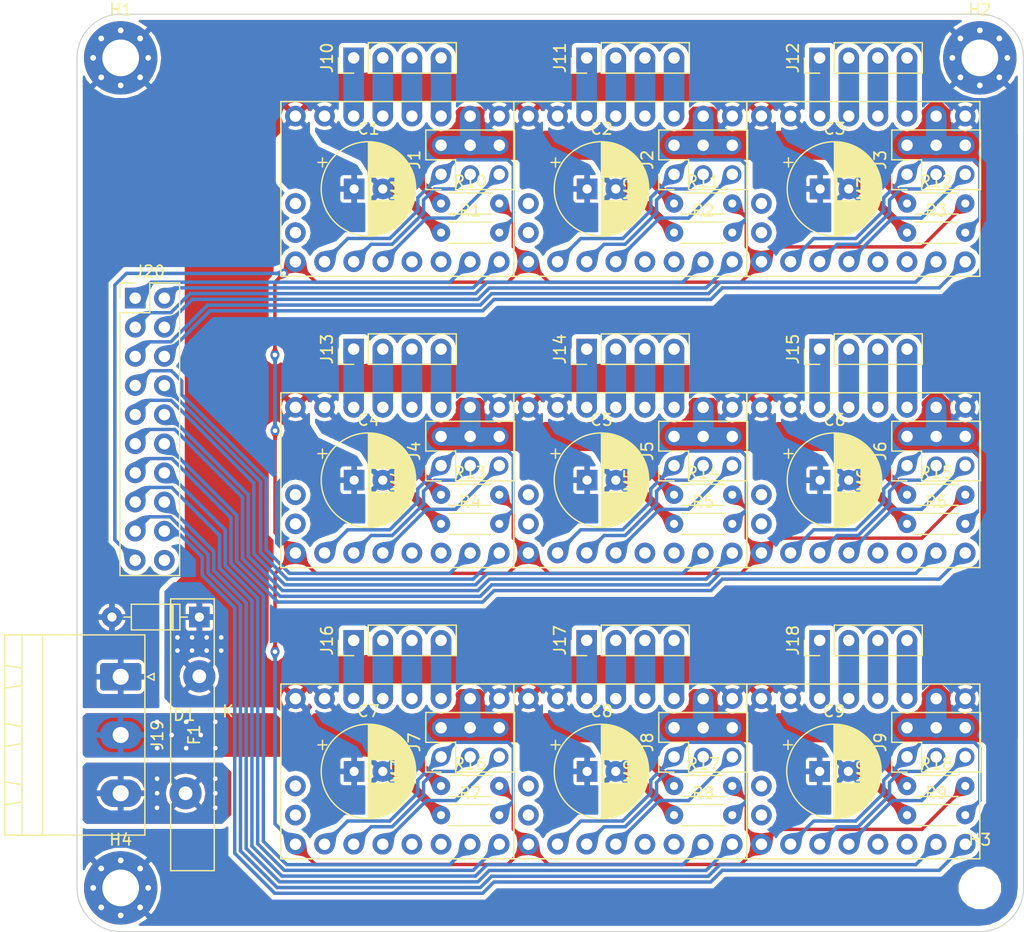
<source format=kicad_pcb>
(kicad_pcb (version 20240108) (generator "pcbnew") (generator_version "8.0")
  (title_block (title "StepperBoard") (date "2024-09-20") (rev "v2") (company "Team RED") (comment 1 "Designer: Shrijal & Vivek"))
  (layers (0 "F.Cu" power) (31 "B.Cu" signal) (36 "B.SilkS" user "B.Silkscreen") (37 "F.SilkS" user "F.Silkscreen") (38 "B.Mask" user) (39 "F.Mask" user) (44 "Edge.Cuts" user))
  (net 0 "")
  (net 1 "/GND")
  (net 2 "/+12V")
  (net 3 "Net-(J10-Pin_2)")
  (net 4 "Net-(J10-Pin_4)")
  (net 5 "Net-(J11-Pin_4)")
  (net 6 "Net-(J11-Pin_2)")
  (net 7 "Net-(J12-Pin_2)")
  (net 8 "Net-(J12-Pin_4)")
  (net 9 "/ST4_STP")
  (net 10 "/ST1_STP")
  (net 11 "/ST7_DIR")
  (net 12 "/ST3_STP")
  (net 13 "/ST5_DIR")
  (net 14 "/ST2_DIR")
  (net 15 "/ST1_DIR")
  (net 16 "/ST8_DIR")
  (net 17 "/ST6_STP")
  (net 18 "/ST4_DIR")
  (net 19 "/ST3_DIR")
  (net 20 "/ST9_DIR")
  (net 21 "/ST5_STP")
  (net 22 "/ST9_STP")
  (net 23 "/ST2_STP")
  (net 24 "/ST7_STP")
  (net 25 "/ST6_DIR")
  (net 26 "/ST8_STP")
  (net 27 "/+5V")
  (net 28 "/STP_ENA")
  (net 65 "Net-(J13-Pin_2)")
  (net 66 "Net-(J13-Pin_4)")
  (net 67 "Net-(J14-Pin_2)")
  (net 68 "Net-(J14-Pin_4)")
  (net 69 "Net-(J15-Pin_4)")
  (net 70 "Net-(J15-Pin_2)")
  (net 71 "Net-(J16-Pin_4)")
  (net 72 "Net-(J16-Pin_2)")
  (net 73 "Net-(J17-Pin_4)")
  (net 74 "Net-(J17-Pin_2)")
  (net 75 "Net-(J18-Pin_4)")
  (net 76 "Net-(J18-Pin_2)")
  (net 77 "Net-(J10-Pin_3)")
  (net 78 "Net-(J10-Pin_1)")
  (net 79 "Net-(J11-Pin_3)")
  (net 80 "Net-(J11-Pin_1)")
  (net 81 "Net-(J12-Pin_1)")
  (net 82 "Net-(J12-Pin_3)")
  (net 83 "Net-(J13-Pin_3)")
  (net 84 "Net-(J13-Pin_1)")
  (net 85 "Net-(J14-Pin_3)")
  (net 86 "Net-(J14-Pin_1)")
  (net 87 "Net-(J15-Pin_1)")
  (net 88 "Net-(J15-Pin_3)")
  (net 89 "Net-(J16-Pin_1)")
  (net 90 "Net-(J16-Pin_3)")
  (net 91 "Net-(J17-Pin_1)")
  (net 92 "Net-(J17-Pin_3)")
  (net 93 "Net-(J18-Pin_1)")
  (net 94 "Net-(J18-Pin_3)")
  (net 95 "Net-(J2-Pin_5)")
  (net 96 "Net-(J2-Pin_1)")
  (net 97 "Net-(J2-Pin_3)")
  (net 98 "Net-(J3-Pin_3)")
  (net 99 "Net-(J3-Pin_5)")
  (net 100 "Net-(J3-Pin_1)")
  (net 101 "Net-(J4-Pin_1)")
  (net 102 "Net-(J4-Pin_5)")
  (net 103 "Net-(J4-Pin_3)")
  (net 104 "Net-(J5-Pin_5)")
  (net 105 "Net-(J5-Pin_3)")
  (net 106 "Net-(J5-Pin_1)")
  (net 107 "Net-(J6-Pin_5)")
  (net 108 "Net-(J6-Pin_1)")
  (net 109 "Net-(J6-Pin_3)")
  (net 110 "Net-(J7-Pin_3)")
  (net 111 "Net-(J7-Pin_5)")
  (net 112 "Net-(J7-Pin_1)")
  (net 113 "Net-(J8-Pin_5)")
  (net 114 "Net-(J8-Pin_1)")
  (net 115 "Net-(J8-Pin_3)")
  (net 116 "Net-(J9-Pin_3)")
  (net 117 "Net-(J9-Pin_1)")
  (net 118 "Net-(J9-Pin_5)")
  (net 119 "Net-(J1-Pin_5)")
  (net 120 "Net-(J1-Pin_1)")
  (net 121 "Net-(J1-Pin_3)")
  (net 122 "Net-(J19-Pin_3)")
  (footprint "Resistor_THT:R_Axial_DIN0204_L3.6mm_D1.6mm_P5.08mm_Horizontal" (layer "F.Cu") (at 86.36 81.28)
    (property "Reference" "R5")
    (property "Value" "100k")
  )
  (footprint "Connectors_JST:JST_XH_1x04_P2.54mm_Vertical" (layer "F.Cu") (at 58.42 91.44 90)
    (property "Reference" "J16")
    (property "Value" "Conn_01x04")
  )
  (footprint "Connectors_JST:JST_XH_1x04_P2.54mm_Vertical" (layer "F.Cu") (at 99.06 40.64 90)
    (property "Reference" "J12")
    (property "Value" "Conn_01x04")
  )
  (footprint "Capacitor_THT:CP_Radial_D8.0mm_P2.50mm" (layer "F.Cu") (at 99.06 102.87)
    (property "Reference" "C9")
    (property "Value" "100u")
  )
  (footprint "Connectors_JST:JST_XH_1x04_P2.54mm_Vertical" (layer "F.Cu") (at 78.74 91.44 90)
    (property "Reference" "J17")
    (property "Value" "Conn_01x04")
  )
  (footprint "Capacitor_THT:CP_Radial_D8.0mm_P2.50mm" (layer "F.Cu") (at 78.78 102.87)
    (property "Reference" "C8")
    (property "Value" "100u")
  )
  (footprint "Resistor_THT:R_Axial_DIN0204_L3.6mm_D1.6mm_P5.08mm_Horizontal" (layer "F.Cu") (at 66.04 55.88)
    (property "Reference" "R1")
    (property "Value" "100k")
  )
  (footprint "Connectors_JST:JST_XH_1x04_P2.54mm_Vertical" (layer "F.Cu") (at 58.42 66.04 90)
    (property "Reference" "J13")
    (property "Value" "Conn_01x04")
  )
  (footprint "Resistor_THT:R_Axial_DIN0204_L3.6mm_D1.6mm_P5.08mm_Horizontal" (layer "F.Cu") (at 106.68 104.14)
    (property "Reference" "R18")
    (property "Value" "10k")
  )
  (footprint "Motor_Driver:MKS_TMC22XX" (layer "F.Cu") (at 62.23 52.07 90)
    (property "Reference" "M1")
    (property "Value" "TMC22XX")
  )
  (footprint "Motor_Driver:MKS_TMC22XX" (layer "F.Cu") (at 62.23 102.87 90)
    (property "Reference" "M7")
    (property "Value" "TMC22XX")
  )
  (footprint "Connectors_JST:JST_XH_1x04_P2.54mm_Vertical" (layer "F.Cu") (at 99.06 66.04 90)
    (property "Reference" "J15")
    (property "Value" "Conn_01x04")
  )
  (footprint "Capacitor_THT:CP_Radial_D8.0mm_P2.50mm" (layer "F.Cu") (at 58.46 102.87)
    (property "Reference" "C7")
    (property "Value" "100u")
  )
  (footprint "Connectors_JST:JST_XH_1x04_P2.54mm_Vertical" (layer "F.Cu") (at 78.74 66.04 90)
    (property "Reference" "J14")
    (property "Value" "Conn_01x04")
  )
  (footprint "Capacitor_THT:CP_Radial_D8.0mm_P2.50mm" (layer "F.Cu") (at 99.1 77.47)
    (property "Reference" "C6")
    (property "Value" "100u")
  )
  (footprint "Diode_THT:D_DO-35_SOD27_P7.62mm_Horizontal" (layer "F.Cu") (at 44.958 89.408 180)
    (property "Reference" "D1")
    (property "Value" "D_Small")
  )
  (footprint "Resistor_THT:R_Axial_DIN0204_L3.6mm_D1.6mm_P5.08mm_Horizontal" (layer "F.Cu") (at 66.04 53.34)
    (property "Reference" "R10")
    (property "Value" "10k")
  )
  (footprint "Capacitor_THT:CP_Radial_D8.0mm_P2.50mm" (layer "F.Cu") (at 99.1 52.07)
    (property "Reference" "C3")
    (property "Value" "100u")
  )
  (footprint "Connectors_JST:JST_XH_1x04_P2.54mm_Vertical" (layer "F.Cu") (at 78.74 40.64 90)
    (property "Reference" "J11")
    (property "Value" "Conn_01x04")
  )
  (footprint "Connector_PinHeader_2.54mm:PinHeader_2x03_P2.54mm_Vertical" (layer "F.Cu") (at 106.68 76.2 90)
    (property "Reference" "J6")
    (property "Value" "Conn_02x03_Odd_Even")
  )
  (footprint "Resistor_THT:R_Axial_DIN0204_L3.6mm_D1.6mm_P5.08mm_Horizontal" (layer "F.Cu") (at 106.68 81.28)
    (property "Reference" "R6")
    (property "Value" "100k")
  )
  (footprint "Connector_PinHeader_2.54mm:PinHeader_2x03_P2.54mm_Vertical" (layer "F.Cu") (at 66.04 50.8 90)
    (property "Reference" "J1")
    (property "Value" "Conn_02x03_Odd_Even")
  )
  (footprint "Capacitor_THT:CP_Radial_D8.0mm_P2.50mm" (layer "F.Cu") (at 78.78 52.07)
    (property "Reference" "C2")
    (property "Value" "100u")
  )
  (footprint "MountingHole:MountingHole_3.2mm_M3" (layer "F.Cu") (at 113.03 113.03)
    (property "Reference" "H3")
    (property "Value" "MountingHole")
  )
  (footprint "Connectors_JST:JST_XH_1x04_P2.54mm_Vertical" (layer "F.Cu") (at 58.42 40.64 90)
    (property "Reference" "J10")
    (property "Value" "Conn_01x04")
  )
  (footprint "Capacitor_THT:CP_Radial_D8.0mm_P2.50mm" (layer "F.Cu") (at 58.46 52.07)
    (property "Reference" "C1")
    (property "Value" "100u")
  )
  (footprint "Connector_Phoenix_MSTB:PhoenixContact_MSTBA_2,5_3-G-5,08_1x03_P5.08mm_Horizontal" (layer "F.Cu") (at 38.1 94.615 -90)
    (property "Reference" "J19")
    (property "Value" "Screw_Terminal_01x03")
  )
  (footprint "Connector_PinHeader_2.54mm:PinHeader_2x03_P2.54mm_Vertical" (layer "F.Cu") (at 106.68 50.8 90)
    (property "Reference" "J3")
    (property "Value" "Conn_02x03_Odd_Even")
  )
  (footprint "MountingHole:MountingHole_3.2mm_M3_Pad_Via" (layer "F.Cu") (at 113.03 40.64)
    (property "Reference" "H2")
    (property "Value" "MountingHole_Pad")
  )
  (footprint "Capacitor_THT:CP_Radial_D8.0mm_P2.50mm" (layer "F.Cu") (at 78.78 77.47)
    (property "Reference" "C5")
    (property "Value" "100u")
  )
  (footprint "Connectors_JST:JST_XH_1x04_P2.54mm_Vertical" (layer "F.Cu") (at 99.06 91.44 90)
    (property "Reference" "J18")
    (property "Value" "Conn_01x04")
  )
  (footprint "Resistor_THT:R_Axial_DIN0204_L3.6mm_D1.6mm_P5.08mm_Horizontal" (layer "F.Cu") (at 66.04 78.74)
    (property "Reference" "R13")
    (property "Value" "10k")
  )
  (footprint "Resistor_THT:R_Axial_DIN0204_L3.6mm_D1.6mm_P5.08mm_Horizontal" (layer "F.Cu") (at 66.04 106.68)
    (property "Reference" "R7")
    (property "Value" "100k")
  )
  (footprint "Resistor_THT:R_Axial_DIN0204_L3.6mm_D1.6mm_P5.08mm_Horizontal" (layer "F.Cu") (at 66.04 81.28)
    (property "Reference" "R4")
    (property "Value" "100k")
  )
  (footprint "Motor_Driver:MKS_TMC22XX" (layer "F.Cu") (at 82.55 52.07 90)
    (property "Reference" "M2")
    (property "Value" "TMC22XX")
  )
  (footprint "Resistor_THT:R_Axial_DIN0204_L3.6mm_D1.6mm_P5.08mm_Horizontal" (layer "F.Cu") (at 86.36 78.74)
    (property "Reference" "R14")
    (property "Value" "10k")
  )
  (footprint "Resistor_THT:R_Axial_DIN0204_L3.6mm_D1.6mm_P5.08mm_Horizontal" (layer "F.Cu") (at 106.68 55.88)
    (property "Reference" "R3")
    (property "Value" "100k")
  )
  (footprint "Connector_PinHeader_2.54mm:PinHeader_2x03_P2.54mm_Vertical" (layer "F.Cu") (at 106.68 101.6 90)
    (property "Reference" "J9")
    (property "Value" "Conn_02x03_Odd_Even")
  )
  (footprint "Connector_PinHeader_2.54mm:PinHeader_2x03_P2.54mm_Vertical" (layer "F.Cu") (at 86.36 101.6 90)
    (property "Reference" "J8")
    (property "Value" "Conn_02x03_Odd_Even")
  )
  (footprint "MountingHole:MountingHole_3.2mm_M3_Pad_Via" (layer "F.Cu") (at 38.1 113.03)
    (property "Reference" "H4")
    (property "Value" "MountingHole_Pad")
  )
  (footprint "Connector_PinHeader_2.54mm:PinHeader_2x10_P2.54mm_Vertical" (layer "F.Cu") (at 39.37 61.595)
    (property "Reference" "J20")
    (property "Value" "Conn_02x10_Odd_Even")
  )
  (footprint "Resistor_THT:R_Axial_DIN0204_L3.6mm_D1.6mm_P5.08mm_Horizontal" (layer "F.Cu") (at 86.36 55.88)
    (property "Reference" "R2")
    (property "Value" "100k")
  )
  (footprint "Capacitor_THT:CP_Radial_D8.0mm_P2.50mm" (layer "F.Cu") (at 58.46 77.47)
    (property "Reference" "C4")
    (property "Value" "100u")
  )
  (footprint "Resistor_THT:R_Axial_DIN0204_L3.6mm_D1.6mm_P5.08mm_Horizontal" (layer "F.Cu") (at 86.36 106.68)
    (property "Reference" "R8")
    (property "Value" "100k")
  )
  (footprint "Connector_PinHeader_2.54mm:PinHeader_2x03_P2.54mm_Vertical" (layer "F.Cu") (at 66.04 76.2 90)
    (property "Reference" "J4")
    (property "Value" "Conn_02x03_Odd_Even")
  )
  (footprint "Motor_Driver:MKS_TMC22XX" (layer "F.Cu") (at 82.55 77.47 90)
    (property "Reference" "M5")
    (property "Value" "TMC22XX")
  )
  (footprint "Resistor_THT:R_Axial_DIN0204_L3.6mm_D1.6mm_P5.08mm_Horizontal" (layer "F.Cu") (at 106.68 53.34)
    (property "Reference" "R12")
    (property "Value" "10k")
  )
  (footprint "Connector_PinHeader_2.54mm:PinHeader_2x03_P2.54mm_Vertical" (layer "F.Cu") (at 66.04 101.6 90)
    (property "Reference" "J7")
    (property "Value" "Conn_02x03_Odd_Even")
  )
  (footprint "Motor_Driver:MKS_TMC22XX" (layer "F.Cu") (at 102.87 77.47 90)
    (property "Reference" "M6")
    (property "Value" "TMC22XX")
  )
  (footprint "Connector_PinHeader_2.54mm:PinHeader_2x03_P2.54mm_Vertical" (layer "F.Cu") (at 86.36 50.8 90)
    (property "Reference" "J2")
    (property "Value" "Conn_02x03_Odd_Even")
  )
  (footprint "Resistor_THT:R_Axial_DIN0204_L3.6mm_D1.6mm_P5.08mm_Horizontal" (layer "F.Cu") (at 106.68 106.68)
    (property "Reference" "R9")
    (property "Value" "100k")
  )
  (footprint "Resistor_THT:R_Axial_DIN0204_L3.6mm_D1.6mm_P5.08mm_Horizontal" (layer "F.Cu") (at 66.04 104.14)
    (property "Reference" "R16")
    (property "Value" "10k")
  )
  (footprint "Resistor_THT:R_Axial_DIN0204_L3.6mm_D1.6mm_P5.08mm_Horizontal" (layer "F.Cu") (at 86.36 104.14)
    (property "Reference" "R17")
    (property "Value" "10k")
  )
  (footprint "Resistor_THT:R_Axial_DIN0204_L3.6mm_D1.6mm_P5.08mm_Horizontal" (layer "F.Cu") (at 86.36 53.34)
    (property "Reference" "R11")
    (property "Value" "10k")
  )
  (footprint "Fuses_THT:Fuse_Tyco_RGEF1400" (layer "F.Cu") (at 43.758 104.775 90)
    (property "Reference" "F1")
    (property "Value" "Polyfuse_Small")
  )
  (footprint "Motor_Driver:MKS_TMC22XX" (layer "F.Cu") (at 82.55 102.87 90)
    (property "Reference" "M8")
    (property "Value" "TMC22XX")
  )
  (footprint "Resistor_THT:R_Axial_DIN0204_L3.6mm_D1.6mm_P5.08mm_Horizontal" (layer "F.Cu") (at 106.68 78.74)
    (property "Reference" "R15")
    (property "Value" "10k")
  )
  (footprint "Motor_Driver:MKS_TMC22XX" (layer "F.Cu") (at 102.87 102.87 90)
    (property "Reference" "M9")
    (property "Value" "TMC22XX")
  )
  (footprint "Motor_Driver:MKS_TMC22XX" (layer "F.Cu") (at 102.87 52.07 90)
    (property "Reference" "M3")
    (property "Value" "TMC22XX")
  )
  (footprint "MountingHole:MountingHole_3.2mm_M3_Pad_Via" (layer "F.Cu") (at 38.1 40.64)
    (property "Reference" "H1")
    (property "Value" "MountingHole_Pad")
  )
  (footprint "Motor_Driver:MKS_TMC22XX" (layer "F.Cu") (at 62.23 77.47 90)
    (property "Reference" "M4")
    (property "Value" "TMC22XX")
  )
  (footprint "Connector_PinHeader_2.54mm:PinHeader_2x03_P2.54mm_Vertical" (layer "F.Cu") (at 86.36 76.2 90)
    (property "Reference" "J5")
    (property "Value" "Conn_02x03_Odd_Even")
  )
  (gr_line (start 34.29 40.64) (end 34.29 113.03) (stroke (width 0.1)) (layer "Edge.Cuts"))
  (gr_arc (start 38.1 116.84) (mid 35.405923 115.724077) (end 34.29 113.03) (stroke (width 0.1)) (layer "Edge.Cuts"))
  (gr_line (start 38.1 36.83) (end 113.03 36.83) (stroke (width 0.1)) (layer "Edge.Cuts"))
  (gr_arc (start 34.29 40.64) (mid 35.405923 37.945923) (end 38.1 36.83) (stroke (width 0.1)) (layer "Edge.Cuts"))
  (gr_line (start 116.84 113.03) (end 116.84 40.64) (stroke (width 0.1)) (layer "Edge.Cuts"))
  (gr_arc (start 113.03 36.83) (mid 115.724077 37.945923) (end 116.84 40.64) (stroke (width 0.1)) (layer "Edge.Cuts"))
  (gr_line (start 38.1 116.84) (end 113.03 116.84) (stroke (width 0.1)) (layer "Edge.Cuts"))
  (gr_arc (start 116.84 113.03) (mid 115.724077 115.724077) (end 113.03 116.84) (stroke (width 0.1)) (layer "Edge.Cuts"))
  (segment (start 102.87 77.47) (end 106.68 81.28) (width 0.75) (layer "F.Cu") (net 1))
  (segment (start 81.28 77.47) (end 82.55 77.47) (width 0.75) (layer "F.Cu") (net 1))
  (segment (start 81.28 102.87) (end 82.55 102.87) (width 0.75) (layer "F.Cu") (net 1))
  (segment (start 62.23 77.47) (end 66.04 81.28) (width 0.75) (layer "F.Cu") (net 1))
  (segment (start 60.96 102.87) (end 62.23 102.87) (width 0.75) (layer "F.Cu") (net 1))
  (segment (start 101.56 102.91) (end 101.6 102.87) (width 0.3) (layer "F.Cu") (net 1))
  (segment (start 101.6 52.07) (end 102.87 52.07) (width 0.75) (layer "F.Cu") (net 1))
  (segment (start 82.55 52.07) (end 86.36 55.88) (width 0.75) (layer "F.Cu") (net 1))
  (segment (start 102.87 52.07) (end 106.68 55.88) (width 0.75) (layer "F.Cu") (net 1))
  (segment (start 101.6 102.87) (end 102.87 102.87) (width 0.75) (layer "F.Cu") (net 1))
  (segment (start 82.55 77.47) (end 86.36 81.28) (width 0.75) (layer "F.Cu") (net 1))
  (segment (start 62.23 102.87) (end 66.04 106.68) (width 0.75) (layer "F.Cu") (net 1))
  (segment (start 82.55 102.87) (end 86.36 106.68) (width 0.75) (layer "F.Cu") (net 1))
  (segment (start 62.23 52.07) (end 66.04 55.88) (width 0.75) (layer "F.Cu") (net 1))
  (segment (start 101.6 77.47) (end 102.87 77.47) (width 0.75) (layer "F.Cu") (net 1))
  (segment (start 102.87 102.87) (end 106.68 106.68) (width 0.75) (layer "F.Cu") (net 1))
  (segment (start 81.28 52.07) (end 82.55 52.07) (width 0.75) (layer "F.Cu") (net 1))
  (segment (start 101.56 103.592) (end 101.56 102.91) (width 0.3) (layer "F.Cu") (net 1))
  (segment (start 60.96 52.07) (end 62.23 52.07) (width 0.75) (layer "F.Cu") (net 1))
  (segment (start 60.96 77.47) (end 62.23 77.47) (width 0.75) (layer "F.Cu") (net 1))
  (via (at 45.593 91.186) (size 0.8) (drill 0.4) (layers "F.Cu" "B.Cu") (net 2))
  (via (at 46.863 92.329) (size 0.8) (drill 0.4) (layers "F.Cu" "B.Cu") (net 2))
  (via (at 45.593 92.329) (size 0.8) (drill 0.4) (layers "F.Cu" "B.Cu") (net 2))
  (via (at 44.323 92.329) (size 0.8) (drill 0.4) (layers "F.Cu" "B.Cu") (net 2))
  (via (at 43.053 91.186) (size 0.8) (drill 0.4) (layers "F.Cu" "B.Cu") (net 2))
  (via (at 44.323 91.186) (size 0.8) (drill 0.4) (layers "F.Cu" "B.Cu") (net 2))
  (via (at 46.863 91.186) (size 0.8) (drill 0.4) (layers "F.Cu" "B.Cu") (net 2))
  (via (at 43.053 92.329) (size 0.8) (drill 0.4) (layers "F.Cu" "B.Cu") (net 2))
  (segment (start 60.96 45.72) (end 60.96 40.64) (width 1.8) (layer "B.Cu") (net 3))
  (segment (start 66.04 45.72) (end 66.04 40.64) (width 1.8) (layer "B.Cu") (net 4))
  (segment (start 86.36 45.72) (end 86.36 40.64) (width 1.8) (layer "B.Cu") (net 5))
  (segment (start 81.28 45.72) (end 81.28 40.64) (width 1.8) (layer "B.Cu") (net 6))
  (segment (start 101.6 45.72) (end 101.6 40.64) (width 1.8) (layer "B.Cu") (net 7))
  (segment (start 106.68 45.72) (end 106.68 40.64) (width 1.8) (layer "B.Cu") (net 8))
  (segment (start 50.792 83.558) (end 52.832 85.598) (width 0.3) (layer "B.Cu") (net 9))
  (segment (start 52.832 85.598) (end 66.802 85.598) (width 0.3) (layer "B.Cu") (net 9))
  (segment (start 43.434 68.834) (end 43.434 70.031894) (width 0.3) (layer "B.Cu") (net 9))
  (segment (start 50.792 77.389894) (end 50.792 83.558) (width 0.3) (layer "B.Cu") (net 9))
  (segment (start 40.66 67.925) (end 42.525 67.925) (width 0.3) (layer "B.Cu") (net 9))
  (segment (start 66.802 85.598) (end 68.58 83.82) (width 0.3) (layer "B.Cu") (net 9))
  (segment (start 43.434 70.031894) (end 50.792 77.389894) (width 0.3) (layer "B.Cu") (net 9))
  (segment (start 42.525 67.925) (end 43.434 68.834) (width 0.3) (layer "B.Cu") (net 9))
  (segment (start 39.37 69.215) (end 40.66 67.925) (width 0.3) (layer "B.Cu") (net 9))
  (segment (start 68.58 58.42) (end 66.802 60.198) (width 0.3) (layer "B.Cu") (net 10))
  (segment (start 66.802 60.198) (end 40.767 60.198) (width 0.3) (layer "B.Cu") (net 10))
  (segment (start 40.767 60.198) (end 39.37 61.595) (width 0.3) (layer "B.Cu") (net 10))
  (segment (start 52.370893 111.498) (end 50.046 109.173107) (width 0.3) (layer "B.Cu") (net 11))
  (segment (start 47.22 81.818894) (end 42.236106 76.835) (width 0.3) (layer "B.Cu") (net 11))
  (segment (start 71.12 109.22) (end 68.842 111.498) (width 0.3) (layer "B.Cu") (net 11))
  (segment (start 50.046 87.761745) (end 47.22 84.935745) (width 0.3) (layer "B.Cu") (net 11))
  (segment (start 42.236106 76.835) (end 41.91 76.835) (width 0.3) (layer "B.Cu") (net 11))
  (segment (start 47.22 84.935745) (end 47.22 81.818894) (width 0.3) (layer "B.Cu") (net 11))
  (segment (start 50.046 109.173107) (end 50.046 87.761745) (width 0.3) (layer "B.Cu") (net 11))
  (segment (start 68.842 111.498) (end 52.370893 111.498) (width 0.3) (layer "B.Cu") (net 11))
  (segment (start 89.361107 61.206) (end 70.455321 61.206) (width 0.3) (layer "B.Cu") (net 12))
  (segment (start 69.463321 62.198) (end 45.679894 62.198) (width 0.3) (layer "B.Cu") (net 12))
  (segment (start 90.369107 60.198) (end 89.361107 61.206) (width 0.3) (layer "B.Cu") (net 12))
  (segment (start 109.22 58.42) (end 107.442 60.198) (width 0.3) (layer "B.Cu") (net 12))
  (segment (start 42.472894 65.405) (end 40.64 65.405) (width 0.3) (layer "B.Cu") (net 12))
  (segment (start 70.455321 61.206) (end 69.463321 62.198) (width 0.3) (layer "B.Cu") (net 12))
  (segment (start 107.442 60.198) (end 90.369107 60.198) (width 0.3) (layer "B.Cu") (net 12))
  (segment (start 45.679894 62.198) (end 42.472894 65.405) (width 0.3) (layer "B.Cu") (net 12))
  (segment (start 40.64 65.405) (end 39.37 66.675) (width 0.3) (layer "B.Cu") (net 12))
  (segment (start 70.256212 86.098) (end 69.256212 87.098) (width 0.3) (layer "B.Cu") (net 13))
  (segment (start 49.22 78.738893) (end 42.236107 71.755) (width 0.3) (layer "B.Cu") (net 13))
  (segment (start 52.21068 87.098) (end 49.22 84.10732) (width 0.3) (layer "B.Cu") (net 13))
  (segment (start 49.22 84.10732) (end 49.22 78.738893) (width 0.3) (layer "B.Cu") (net 13))
  (segment (start 69.256212 87.098) (end 52.21068 87.098) (width 0.3) (layer "B.Cu") (net 13))
  (segment (start 91.44 83.82) (end 89.162 86.098) (width 0.3) (layer "B.Cu") (net 13))
  (segment (start 42.236107 71.755) (end 41.91 71.755) (width 0.3) (layer "B.Cu") (net 13))
  (segment (start 89.162 86.098) (end 70.256212 86.098) (width 0.3) (layer "B.Cu") (net 13))
  (segment (start 91.44 58.42) (end 89.154 60.706) (width 0.3) (layer "B.Cu") (net 14))
  (segment (start 70.248214 60.706) (end 69.256214 61.698) (width 0.3) (layer "B.Cu") (net 14))
  (segment (start 89.154 60.706) (end 70.248214 60.706) (width 0.3) (layer "B.Cu") (net 14))
  (segment (start 44.347 61.698) (end 41.91 64.135) (width 0.3) (layer "B.Cu") (net 14))
  (segment (start 69.256214 61.698) (end 44.347 61.698) (width 0.3) (layer "B.Cu") (net 14))
  (segment (start 71.12 58.42) (end 68.842 60.698) (width 0.3) (layer "B.Cu") (net 15))
  (segment (start 42.807 60.698) (end 41.91 61.595) (width 0.3) (layer "B.Cu") (net 15))
  (segment (start 68.842 60.698) (end 42.807 60.698) (width 0.3) (layer "B.Cu") (net 15))
  (segment (start 69.256212 112.498) (end 51.956679 112.498) (width 0.3) (layer "B.Cu") (net 16))
  (segment (start 89.154 111.506) (end 70.248212 111.506) (width 0.3) (layer "B.Cu") (net 16))
  (segment (start 46.22 85.349957) (end 46.22 83.685) (width 0.3) (layer "B.Cu") (net 16))
  (segment (start 49.046 109.587321) (end 49.046 88.175957) (width 0.3) (layer "B.Cu") (net 16))
  (segment (start 46.22 83.685) (end 41.91 79.375) (width 0.3) (layer "B.Cu") (net 16))
  (segment (start 51.956679 112.498) (end 49.046 109.587321) (width 0.3) (layer "B.Cu") (net 16))
  (segment (start 91.44 109.22) (end 89.154 111.506) (width 0.3) (layer "B.Cu") (net 16))
  (segment (start 70.248212 111.506) (end 69.256212 112.498) (width 0.3) (layer "B.Cu") (net 16))
  (segment (start 49.046 88.175957) (end 46.22 85.349957) (width 0.3) (layer "B.Cu") (net 16))
  (segment (start 89.369107 86.598) (end 90.369107 85.598) (width 0.3) (layer "B.Cu") (net 17))
  (segment (start 70.463318 86.598) (end 89.369107 86.598) (width 0.3) (layer "B.Cu") (net 17))
  (segment (start 42.819 73.045) (end 48.72 78.946) (width 0.3) (layer "B.Cu") (net 17))
  (segment (start 90.369107 85.598) (end 107.442 85.598) (width 0.3) (layer "B.Cu") (net 17))
  (segment (start 40.62 73.045) (end 42.819 73.045) (width 0.3) (layer "B.Cu") (net 17))
  (segment (start 48.72 84.314427) (end 52.003573 87.598) (width 0.3) (layer "B.Cu") (net 17))
  (segment (start 69.463318 87.598) (end 70.463318 86.598) (width 0.3) (layer "B.Cu") (net 17))
  (segment (start 48.72 78.946) (end 48.72 84.314427) (width 0.3) (layer "B.Cu") (net 17))
  (segment (start 107.442 85.598) (end 109.22 83.82) (width 0.3) (layer "B.Cu") (net 17))
  (segment (start 39.37 74.295) (end 40.62 73.045) (width 0.3) (layer "B.Cu") (net 17))
  (segment (start 52.003573 87.598) (end 69.463318 87.598) (width 0.3) (layer "B.Cu") (net 17))
  (segment (start 68.842 86.098) (end 52.624893 86.098) (width 0.3) (layer "B.Cu") (net 18))
  (segment (start 50.292 83.765107) (end 50.292 77.597) (width 0.3) (layer "B.Cu") (net 18))
  (segment (start 71.12 83.82) (end 68.842 86.098) (width 0.3) (layer "B.Cu") (net 18))
  (segment (start 50.292 77.597) (end 41.91 69.215) (width 0.3) (layer "B.Cu") (net 18))
  (segment (start 52.624893 86.098) (end 50.292 83.765107) (width 0.3) (layer "B.Cu") (net 18))
  (segment (start 90.576213 60.698) (end 89.568213 61.706) (width 0.3) (layer "B.Cu") (net 19))
  (segment (start 45.887 62.698) (end 41.91 66.675) (width 0.3) (layer "B.Cu") (net 19))
  (segment (start 111.76 58.42) (end 109.482 60.698) (width 0.3) (layer "B.Cu") (net 19))
  (segment (start 109.482 60.698) (end 90.576213 60.698) (width 0.3) (layer "B.Cu") (net 19))
  (segment (start 69.670428 62.698) (end 45.887 62.698) (width 0.3) (layer "B.Cu") (net 19))
  (segment (start 89.568213 61.706) (end 70.662428 61.706) (width 0.3) (layer "B.Cu") (net 19))
  (segment (start 70.662428 61.706) (end 69.670428 62.698) (width 0.3) (layer "B.Cu") (net 19))
  (segment (start 48.046 88.590169) (end 48.046 110.001535) (width 0.3) (layer "B.Cu") (net 20))
  (segment (start 48.046 110.001535) (end 49.296466 111.252) (width 0.3) (layer "B.Cu") (net 20))
  (segment (start 41.91 81.915) (end 42.970661 81.915) (width 0.3) (layer "B.Cu") (net 20))
  (segment (start 51.249572 113.205107) (end 51.542465 113.498) (width 0.3) (layer "B.Cu") (net 20))
  (segment (start 70.654424 112.514) (end 89.560213 112.514) (width 0.3) (layer "B.Cu") (net 20))
  (segment (start 45.212 85.756169) (end 48.046 88.590169) (width 0.3) (layer "B.Cu") (net 20))
  (segment (start 45.212 84.156339) (end 45.212 85.756169) (width 0.3) (layer "B.Cu") (net 20))
  (segment (start 42.970661 81.915) (end 45.212 84.156339) (width 0.3) (layer "B.Cu") (net 20))
  (segment (start 51.542465 113.498) (end 69.670424 113.498) (width 0.3) (layer "B.Cu") (net 20))
  (segment (start 89.560213 112.514) (end 90.576213 111.498) (width 0.3) (layer "B.Cu") (net 20))
  (segment (start 49.296466 111.252) (end 51.249572 113.205107) (width 0.3) (layer "B.Cu") (net 20))
  (segment (start 69.670424 113.498) (end 70.654424 112.514) (width 0.3) (layer "B.Cu") (net 20))
  (segment (start 109.482 111.498) (end 111.76 109.22) (width 0.3) (layer "B.Cu") (net 20))
  (segment (start 90.576213 111.498) (end 109.482 111.498) (width 0.3) (layer "B.Cu") (net 20))
  (segment (start 40.62 70.505) (end 42.492894 70.505) (width 0.3) (layer "B.Cu") (net 21))
  (segment (start 49.72 83.900214) (end 52.417786 86.598) (width 0.3) (layer "B.Cu") (net 21))
  (segment (start 87.122 85.598) (end 88.9 83.82) (width 0.3) (layer "B.Cu") (net 21))
  (segment (start 39.37 71.755) (end 40.62 70.505) (width 0.3) (layer "B.Cu") (net 21))
  (segment (start 42.492894 70.505) (end 49.72 77.732106) (width 0.3) (layer "B.Cu") (net 21))
  (segment (start 69.049106 86.598) (end 70.049106 85.598) (width 0.3) (layer "B.Cu") (net 21))
  (segment (start 52.417786 86.598) (end 69.049106 86.598) (width 0.3) (layer "B.Cu") (net 21))
  (segment (start 49.72 77.732106) (end 49.72 83.900214) (width 0.3) (layer "B.Cu") (net 21))
  (segment (start 70.049106 85.598) (end 87.122 85.598) (width 0.3) (layer "B.Cu") (net 21))
  (segment (start 90.369106 110.998) (end 89.353106 112.014) (width 0.3) (layer "B.Cu") (net 22))
  (segment (start 69.463318 112.998) (end 51.749572 112.998) (width 0.3) (layer "B.Cu") (net 22))
  (segment (start 109.22 109.22) (end 107.442 110.998) (width 0.3) (layer "B.Cu") (net 22))
  (segment (start 45.72 83.957233) (end 42.427767 80.665) (width 0.3) (layer "B.Cu") (net 22))
  (segment (start 42.427767 80.665) (end 40.62 80.665) (width 0.3) (layer "B.Cu") (net 22))
  (segment (start 70.447318 112.014) (end 69.463318 112.998) (width 0.3) (layer "B.Cu") (net 22))
  (segment (start 48.546 88.383063) (end 45.72 85.557063) (width 0.3) (layer "B.Cu") (net 22))
  (segment (start 107.442 110.998) (end 90.369106 110.998) (width 0.3) (layer "B.Cu") (net 22))
  (segment (start 48.546 109.794428) (end 48.546 88.383063) (width 0.3) (layer "B.Cu") (net 22))
  (segment (start 40.62 80.665) (end 39.37 81.915) (width 0.3) (layer "B.Cu") (net 22))
  (segment (start 89.353106 112.014) (end 70.447318 112.014) (width 0.3) (layer "B.Cu") (net 22))
  (segment (start 45.72 85.557063) (end 45.72 83.957233) (width 0.3) (layer "B.Cu") (net 22))
  (segment (start 51.749572 112.998) (end 48.546 109.794428) (width 0.3) (layer "B.Cu") (net 22))
  (segment (start 42.472893 62.865) (end 40.64 62.865) (width 0.3) (layer "B.Cu") (net 23))
  (segment (start 70.049107 60.198) (end 69.049107 61.198) (width 0.3) (layer "B.Cu") (net 23))
  (segment (start 40.64 62.865) (end 39.37 64.135) (width 0.3) (layer "B.Cu") (net 23))
  (segment (start 87.122 60.198) (end 70.049107 60.198) (width 0.3) (layer "B.Cu") (net 23))
  (segment (start 44.139893 61.198) (end 42.472893 62.865) (width 0.3) (layer "B.Cu") (net 23))
  (segment (start 88.9 58.42) (end 87.122 60.198) (width 0.3) (layer "B.Cu") (net 23))
  (segment (start 69.049107 61.198) (end 44.139893 61.198) (width 0.3) (layer "B.Cu") (net 23))
  (segment (start 52.578 110.998) (end 66.802 110.998) (width 0.3) (layer "B.Cu") (net 24))
  (segment (start 66.802 110.998) (end 68.58 109.22) (width 0.3) (layer "B.Cu") (net 24))
  (segment (start 40.62 75.585) (end 42.565 75.585) (width 0.3) (layer "B.Cu") (net 24))
  (segment (start 47.72 84.728639) (end 50.546 87.554639) (width 0.3) (layer "B.Cu") (net 24))
  (segment (start 47.72 80.74) (end 47.72 84.728639) (width 0.3) (layer "B.Cu") (net 24))
  (segment (start 50.546 87.554639) (end 50.546 108.966) (width 0.3) (layer "B.Cu") (net 24))
  (segment (start 39.37 76.835) (end 40.62 75.585) (width 0.3) (layer "B.Cu") (net 24))
  (segment (start 42.565 75.585) (end 47.72 80.74) (width 0.3) (layer "B.Cu") (net 24))
  (segment (start 50.546 108.966) (end 52.578 110.998) (width 0.3) (layer "B.Cu") (net 24))
  (segment (start 89.576214 87.098) (end 70.670424 87.098) (width 0.3) (layer "B.Cu") (net 25))
  (segment (start 48.22 80.532894) (end 41.982106 74.295) (width 0.3) (layer "B.Cu") (net 25))
  (segment (start 70.670424 87.098) (end 69.670424 88.098) (width 0.3) (layer "B.Cu") (net 25))
  (segment (start 41.982106 74.295) (end 41.91 74.295) (width 0.3) (layer "B.Cu") (net 25))
  (segment (start 51.796467 88.098) (end 48.22 84.521533) (width 0.3) (layer "B.Cu") (net 25))
  (segment (start 90.576214 86.098) (end 89.576214 87.098) (width 0.3) (layer "B.Cu") (net 25))
  (segment (start 48.22 84.521533) (end 48.22 80.532894) (width 0.3) (layer "B.Cu") (net 25))
  (segment (start 111.76 83.82) (end 109.482 86.098) (width 0.3) (layer "B.Cu") (net 25))
  (segment (start 69.670424 88.098) (end 51.796467 88.098) (width 0.3) (layer "B.Cu") (net 25))
  (segment (start 109.482 86.098) (end 90.576214 86.098) (width 0.3) (layer "B.Cu") (net 25))
  (segment (start 49.546 87.968851) (end 46.72 85.142851) (width 0.3) (layer "B.Cu") (net 26))
  (segment (start 46.72 82.28) (end 42.543371 78.103371) (width 0.3) (layer "B.Cu") (net 26))
  (segment (start 46.72 85.142851) (end 46.72 82.28) (width 0.3) (layer "B.Cu") (net 26))
  (segment (start 87.122 110.998) (end 70.049106 110.998) (width 0.3) (layer "B.Cu") (net 26))
  (segment (start 49.546 109.380213) (end 49.546 87.968851) (width 0.3) (layer "B.Cu") (net 26))
  (segment (start 70.049106 110.998) (end 69.049106 111.998) (width 0.3) (layer "B.Cu") (net 26))
  (segment (start 88.9 109.22) (end 87.122 110.998) (width 0.3) (layer "B.Cu") (net 26))
  (segment (start 40.641629 78.103371) (end 39.37 79.375) (width 0.3) (layer "B.Cu") (net 26))
  (segment (start 52.163787 111.998) (end 49.546 109.380213) (width 0.3) (layer "B.Cu") (net 26))
  (segment (start 42.543371 78.103371) (end 40.641629 78.103371) (width 0.3) (layer "B.Cu") (net 26))
  (segment (start 69.049106 111.998) (end 52.163787 111.998) (width 0.3) (layer "B.Cu") (net 26))
  (segment (start 68.58 99.06) (end 68.58 96.52) (width 1.8) (layer "F.Cu") (net 27))
  (segment (start 111.76 99.06) (end 106.68 99.06) (width 1.6) (layer "F.Cu") (net 27))
  (segment (start 66.04 78.74) (end 64.262 76.962) (width 0.75) (layer "F.Cu") (net 27))
  (segment (start 91.44 99.06) (end 86.36 99.06) (width 1.6) (layer "F.Cu") (net 27))
  (segment (start 66.04 104.14) (end 64.262 102.362) (width 0.75) (layer "F.Cu") (net 27))
  (segment (start 109.22 73.66) (end 109.22 71.12) (width 1.8) (layer "F.Cu") (net 27))
  (segment (start 84.582 76.962) (end 84.582 74.93) (width 0.75) (layer "F.Cu") (net 27))
  (segment (start 111.76 73.66) (end 106.68 73.66) (width 1.6) (layer "F.Cu") (net 27))
  (segment (start 68.58 73.66) (end 68.58 71.12) (width 1.8) (layer "F.Cu") (net 27))
  (segment (start 106.68 78.74) (end 104.902 76.962) (width 0.75) (layer "F.Cu") (net 27))
  (segment (start 86.36 104.14) (end 84.582 102.362) (width 0.75) (layer "F.Cu") (net 27))
  (segment (start 91.44 48.26) (end 86.36 48.26) (width 1.25) (layer "F.Cu") (net 27))
  (segment (start 64.262 102.362) (end 64.262 101.346) (width 0.75) (layer "F.Cu") (net 27))
  (segment (start 64.262 76.962) (end 64.262 74.93) (width 0.75) (layer "F.Cu") (net 27))
  (segment (start 71.12 48.26) (end 66.04 48.26) (width 1.6) (layer "F.Cu") (net 27))
  (segment (start 64.262 51.562) (end 64.262 49.53) (width 0.75) (layer "F.Cu") (net 27))
  (segment (start 84.582 51.562) (end 84.582 49.53) (width 0.75) (layer "F.Cu") (net 27))
  (segment (start 71.12 99.06) (end 66.04 99.06) (width 1.6) (layer "F.Cu") (net 27))
  (segment (start 86.36 78.74) (end 84.582 76.962) (width 0.75) (layer "F.Cu") (net 27))
  (segment (start 66.04 53.34) (end 64.262 51.562) (width 0.75) (layer "F.Cu") (net 27))
  (segment (start 86.36 53.34) (end 84.582 51.562) (width 0.75) (layer "F.Cu") (net 27))
  (segment (start 68.58 48.26) (end 68.58 45.72) (width 1.8) (layer "F.Cu") (net 27))
  (segment (start 91.44 73.66) (end 86.36 73.66) (width 1.6) (layer "F.Cu") (net 27))
  (segment (start 111.76 48.26) (end 106.68 48.26) (width 1.6) (layer "F.Cu") (net 27))
  (segment (start 84.582 102.362) (end 84.582 100.33) (width 0.75) (layer "F.Cu") (net 27))
  (segment (start 106.68 53.34) (end 104.902 51.562) (width 0.75) (layer "F.Cu") (net 27))
  (segment (start 71.12 73.66) (end 66.04 73.66) (width 1.6) (layer "F.Cu") (net 27))
  (segment (start 88.9 48.26) (end 88.9 45.72) (width 1.8) (layer "F.Cu") (net 27))
  (segment (start 109.22 99.06) (end 109.22 96.52) (width 1.8) (layer "F.Cu") (net 27))
  (segment (start 104.902 51.562) (end 104.902 49.53) (width 0.75) (layer "F.Cu") (net 27))
  (segment (start 104.902 76.962) (end 104.902 74.93) (width 0.75) (layer "F.Cu") (net 27))
  (segment (start 109.22 48.26) (end 109.22 45.72) (width 1.8) (layer "F.Cu") (net 27))
  (segment (start 104.902 102.362) (end 104.902 100.33) (width 0.75) (layer "F.Cu") (net 27))
  (segment (start 88.9 99.06) (end 88.9 96.52) (width 1.8) (layer "F.Cu") (net 27))
  (segment (start 106.68 104.14) (end 104.902 102.362) (width 0.75) (layer "F.Cu") (net 27))
  (segment (start 88.9 73.66) (end 88.9 71.12) (width 1.8) (layer "F.Cu") (net 27))
  (via (at 43.815 100.838) (size 0.8) (drill 0.4) (layers "F.Cu" "B.Cu") (net 27))
  (via (at 46.355 100.838) (size 0.8) (drill 0.4) (layers "F.Cu" "B.Cu") (net 27))
  (via (at 42.545 99.695) (size 0.8) (drill 0.4) (layers "F.Cu" "B.Cu") (net 27))
  (via (at 46.355 98.552) (size 0.8) (drill 0.4) (layers "F.Cu" "B.Cu") (net 27))
  (via (at 43.815 98.552) (size 0.8) (drill 0.4) (layers "F.Cu" "B.Cu") (net 27))
  (via (at 45.085 99.695) (size 0.8) (drill 0.4) (layers "F.Cu" "B.Cu") (net 27))
  (via (at 41.275 100.838) (size 0.8) (drill 0.4) (layers "F.Cu" "B.Cu") (net 27))
  (via (at 41.275 98.552) (size 0.8) (drill 0.4) (layers "F.Cu" "B.Cu") (net 27))
  (segment (start 111.76 48.26) (end 106.68 48.26) (width 1.6) (layer "B.Cu") (net 27))
  (segment (start 111.76 73.66) (end 106.68 73.66) (width 1.6) (layer "B.Cu") (net 27))
  (segment (start 109.22 96.52) (end 109.22 99.03) (width 1.8) (layer "B.Cu") (net 27))
  (segment (start 86.36 48.26) (end 91.44 48.26) (width 1.25) (layer "B.Cu") (net 27))
  (segment (start 91.44 48.26) (end 86.36 48.26) (width 1.6) (layer "B.Cu") (net 27))
  (segment (start 91.44 73.66) (end 86.36 73.66) (width 1.6) (layer "B.Cu") (net 27))
  (segment (start 68.58 45.72) (end 68.58 48.23) (width 1.8) (layer "B.Cu") (net 27))
  (segment (start 88.9 45.72) (end 88.9 48.23) (width 1.8) (layer "B.Cu") (net 27))
  (segment (start 71.12 48.26) (end 66.04 48.26) (width 1.6) (layer "B.Cu") (net 27))
  (segment (start 88.9 71.12) (end 88.9 73.63) (width 1.8) (layer "B.Cu") (net 27))
  (segment (start 109.22 45.72) (end 109.22 48.23) (width 1.8) (layer "B.Cu") (net 27))
  (segment (start 91.44 99.06) (end 86.36 99.06) (width 1.6) (layer "B.Cu") (net 27))
  (segment (start 71.12 73.66) (end 66.04 73.66) (width 1.6) (layer "B.Cu") (net 27))
  (segment (start 71.12 99.06) (end 66.04 99.06) (width 1.6) (layer "B.Cu") (net 27))
  (segment (start 109.22 71.12) (end 109.22 73.63) (width 1.8) (layer "B.Cu") (net 27))
  (segment (start 68.58 96.52) (end 68.58 99.03) (width 1.8) (layer "B.Cu") (net 27))
  (segment (start 66.04 48.26) (end 71.12 48.26) (width 1.25) (layer "B.Cu") (net 27))
  (segment (start 68.58 71.12) (end 68.58 73.63) (width 1.8) (layer "B.Cu") (net 27))
  (segment (start 111.76 99.06) (end 106.68 99.06) (width 1.6) (layer "B.Cu") (net 27))
  (segment (start 88.9 96.52) (end 88.9 99.03) (width 1.8) (layer "B.Cu") (net 27))
  (segment (start 107.9754 107.9246) (end 111.76 104.14) (width 0.3) (layer "F.Cu") (net 28))
  (segment (start 73.66 83.82) (end 71.882 85.598) (width 0.3) (layer "F.Cu") (net 28))
  (segment (start 93.941357 109.20889) (end 92.163357 110.98689) (width 0.3) (layer "F.Cu") (net 28))
  (segment (start 51.5493 60.2107) (end 52.324 59.436) (width 0.3) (layer "F.Cu") (net 28))
  (segment (start 52.324 59.436) (end 53.34 58.42) (width 0.3) (layer "F.Cu") (net 28))
  (segment (start 51.562 92.43) (end 51.562 85.598) (width 0.3) (layer "F.Cu") (net 28))
  (segment (start 107.9754 82.5246) (end 111.76 78.74) (width 0.3) (layer "F.Cu") (net 28))
  (segment (start 95.2754 107.9246) (end 107.9754 107.9246) (width 0.3) (layer "F.Cu") (net 28))
  (segment (start 93.98 83.82) (end 95.2754 82.5246) (width 0.3) (layer "F.Cu") (net 28))
  (segment (start 95.2754 57.1246) (end 107.9754 57.1246) (width 0.3) (layer "F.Cu") (net 28))
  (segment (start 72.3392 57.0992) (end 73.66 58.42) (width 0.3) (layer "F.Cu") (net 28))
  (segment (start 72.3392 79.9592) (end 72.3392 82.4992) (width 0.3) (layer "F.Cu") (net 28))
  (segment (start 73.621357 109.20889) (end 71.843357 110.98689) (width 0.3) (layer "F.Cu") (net 28))
  (segment (start 92.6592 105.3592) (end 92.6592 107.8992) (width 0.3) (layer "F.Cu") (net 28))
  (segment (start 71.843357 110.98689) (end 55.079357 110.98689) (width 0.3) (layer "F.Cu") (net 28))
  (segment (start 93.98 58.42) (end 95.2754 57.1246) (width 0.3) (layer "F.Cu") (net 28))
  (segment (start 92.202 85.598) (end 75.438 85.598) (width 0.3) (layer "F.Cu") (net 28))
  (segment (start 75.399357 110.98689) (end 73.621357 109.20889) (width 0.3) (layer "F.Cu") (net 28))
  (segment (start 92.202 60.198) (end 75.438 60.198) (width 0.3) (layer "F.Cu") (net 28))
  (segment (start 91.44 53.34) (end 92.6592 54.5592) (width 0.3) (layer "F.Cu") (net 28))
  (segment (start 55.118 60.198) (end 53.34 58.42) (width 0.3) (layer "F.Cu") (net 28))
  (segment (start 71.12 78.74) (end 72.3392 79.9592) (width 0.3) (layer "F.Cu") (net 28))
  (segment (start 51.562 82.042) (end 53.34 83.82) (width 0.3) (layer "F.Cu") (net 28))
  (segment (start 93.98 58.42) (end 92.202 60.198) (width 0.3) (layer "F.Cu") (net 28))
  (segment (start 55.079357 110.98689) (end 53.301357 109.20889) (width 0.3) (layer "F.Cu") (net 28))
  (segment (start 72.3392 105.3592) (end 72.3392 107.8992) (width 0.3) (layer "F.Cu") (net 28))
  (segment (start 73.66 58.42) (end 71.882 60.198) (width 0.3) (layer "F.Cu") (net 28))
  (segment (start 72.3392 107.8992) (end 73.66 109.22) (width 0.3) (layer "F.Cu") (net 28))
  (segment (start 72.3392 82.4992) (end 73.66 83.82) (width 0.3) (layer "F.Cu") (net 28))
  (segment (start 91.44 104.14) (end 92.6592 105.3592) (width 0.3) (layer "F.Cu") (net 28))
  (segment (start 95.2754 82.5246) (end 107.9754 82.5246) (width 0.3) (layer "F.Cu") (net 28))
  (segment (start 93.98 83.82) (end 92.202 85.598) (width 0.3) (layer "F.Cu") (net 28))
  (segment (start 92.6592 82.4992) (end 93.98 83.82) (width 0.3) (layer "F.Cu") (net 28))
  (segment (start 92.6592 107.8992) (end 93.98 109.22) (width 0.3) (layer "F.Cu") (net 28))
  (segment (start 71.12 53.34) (end 72.3392 54.5592) (width 0.3) (layer "F.Cu") (net 28))
  (segment (start 51.562 73.152) (end 51.562 82.042) (width 0.3) (layer "F.Cu") (net 28))
  (segment (start 72.3392 54.5592) (end 72.3392 57.0992) (width 0.3) (layer "F.Cu") (net 28))
  (segment (start 92.6592 54.5592) (end 92.6592 57.0992) (width 0.3) (layer "F.Cu") (net 28))
  (segment (start 75.438 60.198) (end 73.66 58.42) (width 0.3) (layer "F.Cu") (net 28))
  (segment (start 91.44 78.74) (end 92.6592 79.9592) (width 0.3) (layer "F.Cu") (net 28))
  (segment (start 107.9754 57.1246) (end 111.76 53.34) (width 0.3) (layer "F.Cu") (net 28))
  (segment (start 92.6592 79.9592) (end 92.6592 82.4992) (width 0.3) (layer "F.Cu") (net 28))
  (segment (start 71.12 104.14) (end 72.3392 105.3592) (width 0.3) (layer "F.Cu") (net 28))
  (segment (start 53.34 83.82) (end 52.324 84.836) (width 0.3) (layer "F.Cu") (net 28))
  (segment (start 71.882 60.198) (end 55.118 60.198) (width 0.3) (layer "F.Cu") (net 28))
  (segment (start 92.6592 57.0992) (end 93.98 58.42) (width 0.3) (layer "F.Cu") (net 28))
  (segment (start 55.118 85.598) (end 53.34 83.82) (width 0.3) (layer "F.Cu") (net 28))
  (segment (start 92.163357 110.98689) (end 75.399357 110.98689) (width 0.3) (layer "F.Cu") (net 28))
  (segment (start 51.562 85.598) (end 52.324 84.836) (width 0.3) (layer "F.Cu") (net 28))
  (segment (start 93.98 109.22) (end 95.2754 107.9246) (width 0.3) (layer "F.Cu") (net 28))
  (segment (start 51.5493 66.548) (end 51.5493 60.2107) (width 0.3) (layer "F.Cu") (net 28))
  (segment (start 71.882 85.598) (end 55.118 85.598) (width 0.3) (layer "F.Cu") (net 28))
  (segment (start 75.438 85.598) (end 73.66 83.82) (width 0.3) (layer "F.Cu") (net 28))
  (via (at 51.562 92.43) (size 0.8) (drill 0.4) (layers "F.Cu" "B.Cu") (net 28))
  (via (at 51.562 73.152) (size 0.8) (drill 0.4) (layers "F.Cu" "B.Cu") (net 28))
  (via (at 51.5493 66.548) (size 0.8) (drill 0.4) (layers "F.Cu" "B.Cu") (net 28))
  (via (at 52.324 59.436) (size 0.8) (drill 0.4) (layers "F.Cu" "B.Cu") (net 28))
  (segment (start 53.34 109.22) (end 51.562 107.442) (width 0.3) (layer "B.Cu") (net 28))
  (segment (start 51.5493 66.548) (end 51.562 66.5607) (width 0.3) (layer "B.Cu") (net 28))
  (segment (start 37.592 82.677) (end 39.37 84.455) (width 0.3) (layer "B.Cu") (net 28))
  (segment (start 51.562 66.5607) (end 51.562 73.152) (width 0.3) (layer "B.Cu") (net 28))
  (segment (start 38.608 59.436) (end 37.592 60.452) (width 0.3) (layer "B.Cu") (net 28))
  (segment (start 37.592 60.452) (end 37.592 82.677) (width 0.3) (layer "B.Cu") (net 28))
  (segment (start 52.324 59.436) (end 38.608 59.436) (width 0.3) (layer "B.Cu") (net 28))
  (segment (start 51.562 107.442) (end 51.562 92.43) (width 0.3) (layer "B.Cu") (net 28))
  (segment (start 60.96 71.12) (end 60.96 66.04) (width 1.8) (layer "B.Cu") (net 65))
  (segment (start 66.04 71.12) (end 66.04 66.04) (width 1.8) (layer "B.Cu") (net 66))
  (segment (start 81.28 71.12) (end 81.28 66.04) (width 1.8) (layer "B.Cu") (net 67))
  (segment (start 86.36 71.12) (end 86.36 66.04) (width 1.8) (layer "B.Cu") (net 68))
  (segment (start 106.68 71.12) (end 106.68 66.04) (width 1.8) (layer "B.Cu") (net 69))
  (segment (start 101.6 71.12) (end 101.6 66.04) (width 1.8) (layer "B.Cu") (net 70))
  (segment (start 66.04 96.52) (end 66.04 91.44) (width 1.8) (layer "B.Cu") (net 71))
  (segment (start 60.96 96.52) (end 60.96 91.44) (width 1.8) (layer "B.Cu") (net 72))
  (segment (start 86.36 96.52) (end 86.36 91.44) (width 1.8) (layer "B.Cu") (net 73))
  (segment (start 81.28 96.52) (end 81.28 91.44) (width 1.8) (layer "B.Cu") (net 74))
  (segment (start 106.68 96.52) (end 106.68 91.44) (width 1.8) (layer "B.Cu") (net 75))
  (segment (start 101.6 96.52) (end 101.6 91.44) (width 1.8) (layer "B.Cu") (net 76))
  (segment (start 63.5 45.72) (end 63.5 40.64) (width 1.8) (layer "B.Cu") (net 77))
  (segment (start 58.42 45.72) (end 58.42 40.64) (width 1.8) (layer "B.Cu") (net 78))
  (segment (start 83.82 45.72) (end 83.82 40.64) (width 1.8) (layer "B.Cu") (net 79))
  (segment (start 78.74 45.72) (end 78.74 40.64) (width 1.8) (layer "B.Cu") (net 80))
  (segment (start 99.06 45.72) (end 99.06 40.64) (width 1.8) (layer "B.Cu") (net 81))
  (segment (start 104.14 45.72) (end 104.14 40.64) (width 1.8) (layer "B.Cu") (net 82))
  (segment (start 63.5 71.12) (end 63.5 66.04) (width 1.8) (layer "B.Cu") (net 83))
  (segment (start 58.42 71.12) (end 58.42 66.04) (width 1.8) (layer "B.Cu") (net 84))
  (segment (start 83.82 71.12) (end 83.82 66.04) (width 1.8) (layer "B.Cu") (net 85))
  (segment (start 78.74 71.12) (end 78.74 66.04) (width 1.8) (layer "B.Cu") (net 86))
  (segment (start 99.06 71.12) (end 99.06 66.04) (width 1.8) (layer "B.Cu") (net 87))
  (segment (start 104.14 71.12) (end 104.14 66.04) (width 1.8) (layer "B.Cu") (net 88))
  (segment (start 58.42 96.52) (end 58.42 91.44) (width 1.8) (layer "B.Cu") (net 89))
  (segment (start 63.5 96.52) (end 63.5 91.44) (width 1.8) (layer "B.Cu") (net 90))
  (segment (start 78.74 96.52) (end 78.74 91.44) (width 1.8) (layer "B.Cu") (net 91))
  (segment (start 83.82 96.52) (end 83.82 91.44) (width 1.8) (layer "B.Cu") (net 92))
  (segment (start 99.06 96.52) (end 99.06 91.44) (width 1.8) (layer "B.Cu") (net 93))
  (segment (start 104.14 96.52) (end 104.14 91.44) (width 1.8) (layer "B.Cu") (net 94))
  (segment (start 87.63 54.61) (end 91.44 50.8) (width 0.3) (layer "B.Cu") (net 95))
  (segment (start 81.28 58.42) (end 85.09 54.61) (width 0.3) (layer "B.Cu") (net 95))
  (segment (start 85.09 54.61) (end 87.63 54.61) (width 0.3) (layer "B.Cu") (net 95))
  (segment (start 76.2 58.42) (end 78.224 56.396) (width 0.3) (layer "B.Cu") (net 96))
  (segment (start 92.202 49.53) (end 92.6592 49.9872) (width 0.3) (layer "B.Cu") (net 96))
  (segment (start 84.328 52.832) (end 86.36 50.8) (width 0.3) (layer "B.Cu") (net 96))
  (segment (start 92.6592 54.6608) (end 91.44 55.88) (width 0.3) (layer "B.Cu") (net 96))
  (segment (start 87.63 49.53) (end 92.202 49.53) (width 0.3) (layer "B.Cu") (net 96))
  (segment (start 84.328 53.957788) (end 84.328 52.832) (width 0.3) (layer "B.Cu") (net 96))
  (segment (start 92.6592 49.9872) (end 92.6592 54.6608) (width 0.3) (layer "B.Cu") (net 96))
  (segment (start 81.889788 56.396) (end 84.328 53.957788) (width 0.3) (layer "B.Cu") (net 96))
  (segment (start 78.224 56.396) (end 81.889788 56.396) (width 0.3) (layer "B.Cu") (net 96))
  (segment (start 86.36 50.8) (end 87.63 49.53) (width 0.3) (layer "B.Cu") (net 96))
  (segment (start 85.797106 52.07) (end 87.63 52.07) (width 0.3) (layer "B.Cu") (net 97))
  (segment (start 78.74 58.42) (end 80.264 56.896) (width 0.3) (layer "B.Cu") (net 97))
  (segment (start 84.836 53.031106) (end 85.797106 52.07) (width 0.3) (layer "B.Cu") (net 97))
  (segment (start 84.836 54.156894) (end 84.836 53.031106) (width 0.3) (layer "B.Cu") (net 97))
  (segment (start 82.096894 56.896) (end 84.836 54.156894) (width 0.3) (layer "B.Cu") (net 97))
  (segment (start 80.264 56.896) (end 82.096894 56.896) (width 0.3) (layer "B.Cu") (net 97))
  (segment (start 87.63 52.07) (end 88.9 50.8) (width 0.3) (layer "B.Cu") (net 97))
  (segment (start 102.416894 56.896) (end 105.156 54.156894) (width 0.3) (layer "B.Cu") (net 98))
  (segment (start 105.156 53.031106) (end 106.117106 52.07) (width 0.3) (layer "B.Cu") (net 98))
  (segment (start 105.156 54.156894) (end 105.156 53.031106) (width 0.3) (layer "B.Cu") (net 98))
  (segment (start 100.584 56.896) (end 102.416894 56.896) (width 0.3) (layer "B.Cu") (net 98))
  (segment (start 106.117106 52.07) (end 107.95 52.07) (width 0.3) (layer "B.Cu") (net 98))
  (segment (start 99.06 58.42) (end 100.584 56.896) (width 0.3) (layer "B.Cu") (net 98))
  (segment (start 107.95 52.07) (end 109.22 50.8) (width 0.3) (layer "B.Cu") (net 98))
  (segment (start 101.6 58.42) (end 105.41 54.61) (width 0.3) (layer "B.Cu") (net 99))
  (segment (start 105.41 54.61) (end 107.95 54.61) (width 0.3) (layer "B.Cu") (net 99))
  (segment (start 107.95 54.61) (end 111.76 50.8) (width 0.3) (layer "B.Cu") (net 99))
  (segment (start 107.95 49.53) (end 112.522 49.53) (width 0.3) (layer "B.Cu") (net 100))
  (segment (start 113.03 50.038) (end 113.03 54.61) (width 0.3) (layer "B.Cu") (net 100))
  (segment (start 112.522 49.53) (end 113.03 50.038) (width 0.3) (layer "B.Cu") (net 100))
  (segment (start 104.648 53.957788) (end 104.648 52.832) (width 0.3) (layer "B.Cu") (net 100))
  (segment (start 104.648 52.832) (end 106.68 50.8) (width 0.3) (layer "B.Cu") (net 100))
  (segment (start 98.544 56.396) (end 102.209788 56.396) (width 0.3) (layer "B.Cu") (net 100))
  (segment (start 106.68 50.8) (end 107.95 49.53) (width 0.3) (layer "B.Cu") (net 100))
  (segment (start 96.52 58.42) (end 98.544 56.396) (width 0.3) (layer "B.Cu") (net 100))
  (segment (start 113.03 54.61) (end 111.76 55.88) (width 0.3) (layer "B.Cu") (net 100))
  (segment (start 102.209788 56.396) (end 104.648 53.957788) (width 0.3) (layer "B.Cu") (net 100))
  (segment (start 72.3392 80.0608) (end 71.12 81.28) (width 0.3) (layer "B.Cu") (net 101))
  (segment (start 71.882 74.93) (end 72.3392 75.3872) (width 0.3) (layer "B.Cu") (net 101))
  (segment (start 61.569788 81.796) (end 64.008 79.357788) (width 0.3) (layer "B.Cu") (net 101))
  (segment (start 64.008 78.232) (end 66.04 76.2) (width 0.3) (layer "B.Cu") (net 101))
  (segment (start 67.31 74.93) (end 71.882 74.93) (width 0.3) (layer "B.Cu") (net 101))
  (segment (start 72.3392 75.3872) (end 72.3392 80.0608) (width 0.3) (layer "B.Cu") (net 101))
  (segment (start 57.904 81.796) (end 61.569788 81.796) (width 0.3) (layer "B.Cu") (net 101))
  (segment (start 64.008 79.357788) (end 64.008 78.232) (width 0.3) (layer "B.Cu") (net 101))
  (segment (start 66.04 76.2) (end 67.31 74.93) (width 0.3) (layer "B.Cu") (net 101))
  (segment (start 55.88 83.82) (end 57.904 81.796) (width 0.3) (layer "B.Cu") (net 101))
  (segment (start 64.77 80.01) (end 67.31 80.01) (width 0.3) (layer "B.Cu") (net 102))
  (segment (start 67.31 80.01) (end 71.12 76.2) (width 0.3) (layer "B.Cu") (net 102))
  (segment (start 60.96 83.82) (end 64.77 80.01) (width 0.3) (layer "B.Cu") (net 102))
  (segment (start 65.477106 77.47) (end 67.31 77.47) (width 0.3) (layer "B.Cu") (net 103))
  (segment (start 64.516 79.556894) (end 64.516 78.431106) (width 0.3) (layer "B.Cu") (net 103))
  (segment (start 58.42 83.82) (end 59.944 82.296) (width 0.3) (layer "B.Cu") (net 103))
  (segment (start 59.944 82.296) (end 61.776894 82.296) (width 0.3) (layer "B.Cu") (net 103))
  (segment (start 67.31 77.47) (end 68.58 76.2) (width 0.3) (layer "B.Cu") (net 103))
  (segment (start 64.516 78.431106) (end 65.477106 77.47) (width 0.3) (layer "B.Cu") (net 103))
  (segment (start 61.776894 82.296) (end 64.516 79.556894) (width 0.3) (layer "B.Cu") (net 103))
  (segment (start 81.28 83.82) (end 85.09 80.01) (width 0.3) (layer "B.Cu") (net 104))
  (segment (start 87.63 80.01) (end 91.44 76.2) (width 0.3) (layer "B.Cu") (net 104))
  (segment (start 85.09 80.01) (end 87.63 80.01) (width 0.3) (layer "B.Cu") (net 104))
  (segment (start 85.797106 77.47) (end 87.63 77.47) (width 0.3) (layer "B.Cu") (net 105))
  (segment (start 78.74 83.82) (end 80.264 82.296) (width 0.3) (layer "B.Cu") (net 105))
  (segment (start 87.63 77.47) (end 88.9 76.2) (width 0.3) (layer "B.Cu") (net 105))
  (segment (start 80.264 82.296) (end 82.096894 82.296) (width 0.3) (layer "B.Cu") (net 105))
  (segment (start 82.096894 82.296) (end 84.836 79.556894) (width 0.3) (layer "B.Cu") (net 105))
  (segment (start 84.836 79.556894) (end 84.836 78.431106) (width 0.3) (layer "B.Cu") (net 105))
  (segment (start 84.836 78.431106) (end 85.797106 77.47) (width 0.3) (layer "B.Cu") (net 105))
  (segment (start 92.6592 75.3872) (end 92.6592 80.0608) (width 0.3) (layer "B.Cu") (net 106))
  (segment (start 78.224 81.796) (end 81.889788 81.796) (width 0.3) (layer "B.Cu") (net 106))
  (segment (start 76.2 83.82) (end 78.224 81.796) (width 0.3) (layer "B.Cu") (net 106))
  (segment (start 81.889788 81.796) (end 84.328 79.357788) (width 0.3) (layer "B.Cu") (net 106))
  (segment (start 84.328 79.357788) (end 84.328 78.232) (width 0.3) (layer "B.Cu") (net 106))
  (segment (start 84.328 78.232) (end 86.36 76.2) (width 0.3) (layer "B.Cu") (net 106))
  (segment (start 86.36 76.2) (end 87.63 74.93) (width 0.3) (layer "B.Cu") (net 106))
  (segment (start 92.6592 80.0608) (end 91.44 81.28) (width 0.3) (layer "B.Cu") (net 106))
  (segment (start 87.63 74.93) (end 92.202 74.93) (width 0.3) (layer "B.Cu") (net 106))
  (segment (start 92.202 74.93) (end 92.6592 75.3872) (width 0.3) (layer "B.Cu") (net 106))
  (segment (start 107.95 80.01) (end 111.76 76.2) (width 0.3) (layer "B.Cu") (net 107))
  (segment (start 101.6 83.82) (end 105.41 80.01) (width 0.3) (layer "B.Cu") (net 107))
  (segment (start 105.41 80.01) (end 107.95 80.01) (width 0.3) (layer "B.Cu") (net 107))
  (segment (start 106.68 76.2) (end 107.95 74.93) (width 0.3) (layer "B.Cu") (net 108))
  (segment (start 96.52 83.82) (end 98.544 81.796) (width 0.3) (layer "B.Cu") (net 108))
  (segment (start 112.522 74.93) (end 113.03 75.438) (width 0.3) (layer "B.Cu") (net 108))
  (segment (start 113.03 75.438) (end 113.03 80.01) (width 0.3) (layer "B.Cu") (net 108))
  (segment (start 104.648 78.232) (end 106.68 76.2) (width 0.3) (layer "B.Cu") (net 108))
  (segment (start 104.648 79.357788) (end 104.648 78.232) (width 0.3) (layer "B.Cu") (net 108))
  (segment (start 102.209788 81.796) (end 104.648 79.357788) (width 0.3) (layer "B.Cu") (net 108))
  (segment (start 107.95 74.93) (end 112.522 74.93) (width 0.3) (layer "B.Cu") (net 108))
  (segment (start 113.03 80.01) (end 111.76 81.28) (width 0.3) (layer "B.Cu") (net 108))
  (segment (start 98.544 81.796) (end 102.209788 81.796) (width 0.3) (layer "B.Cu") (net 108))
  (segment (start 99.06 83.82) (end 100.584 82.296) (width 0.3) (layer "B.Cu") (net 109))
  (segment (start 105.156 78.431106) (end 106.117106 77.47) (width 0.3) (layer "B.Cu") (net 109))
  (segment (start 107.95 77.47) (end 109.22 76.2) (width 0.3) (layer "B.Cu") (net 109))
  (segment (start 102.416894 82.296) (end 105.156 79.556894) (width 0.3) (layer "B.Cu") (net 109))
  (segment (start 100.584 82.296) (end 102.416894 82.296) (width 0.3) (layer "B.Cu") (net 109))
  (segment (start 105.156 79.556894) (end 105.156 78.431106) (width 0.3) (layer "B.Cu") (net 109))
  (segment (start 106.117106 77.47) (end 107.95 77.47) (width 0.3) (layer "B.Cu") (net 109))
  (segment (start 58.42 109.22) (end 59.944 107.696) (width 0.3) (layer "B.Cu") (net 110))
  (segment (start 65.477106 102.87) (end 67.31 102.87) (width 0.3) (layer "B.Cu") (net 110))
  (segment (start 64.516 103.831106) (end 65.477106 102.87) (width 0.3) (layer "B.Cu") (net 110))
  (segment (start 67.31 102.87) (end 68.58 101.6) (width 0.3) (layer "B.Cu") (net 110))
  (segment (start 64.516 104.956894) (end 64.516 103.831106) (width 0.3) (layer "B.Cu") (net 110))
  (segment (start 61.776894 107.696) (end 64.516 104.956894) (width 0.3) (layer "B.Cu") (net 110))
  (segment (start 59.944 107.696) (end 61.776894 107.696) (width 0.3) (layer "B.Cu") (net 110))
  (segment (start 60.96 109.22) (end 64.77 105.41) (width 0.3) (layer "B.Cu") (net 111))
  (segment (start 67.31 105.41) (end 71.12 101.6) (width 0.3) (layer "B.Cu") (net 111))
  (segment (start 64.77 105.41) (end 67.31 105.41) (width 0.3) (layer "B.Cu") (net 111))
  (segment (start 64.008 103.632) (end 66.04 101.6) (width 0.3) (layer "B.Cu") (net 112))
  (segment (start 57.904 107.196) (end 61.569788 107.196) (width 0.3) (layer "B.Cu") (net 112))
  (segment (start 71.882 100.33) (end 72.3392 100.7872) (width 0.3) (layer "B.Cu") (net 112))
  (segment (start 55.88 109.22) (end 57.904 107.196) (width 0.3) (layer "B.Cu") (net 112))
  (segment (start 66.04 101.6) (end 67.31 100.33) (width 0.3) (layer "B.Cu") (net 112))
  (segment (start 67.31 100.33) (end 71.882 100.33) (width 0.3) (layer "B.Cu") (net 112))
  (segment (start 64.008 104.757788) (end 64.008 103.632) (width 0.3) (layer "B.Cu") (net 112))
  (segment (start 61.569788 107.196) (end 64.008 104.757788) (width 0.3) (layer "B.Cu") (net 112))
  (segment (start 72.3392 105.4608) (end 71.12 106.68) (width 0.3) (layer "B.Cu") (net 112))
  (segment (start 72.3392 100.7872) (end 72.3392 105.4608) (width 0.3) (layer "B.Cu") (net 112))
  (segment (start 85.09 105.41) (end 87.63 105.41) (width 0.3) (layer "B.Cu") (net 113))
  (segment (start 87.63 105.41) (end 91.44 101.6) (width 0.3) (layer "B.Cu") (net 113))
  (segment (start 81.28 109.22) (end 85.09 105.41) (width 0.3) (layer "B.Cu") (net 113))
  (segment (start 78.224 107.196) (end 81.889788 107.196) (width 0.3) (layer "B.Cu") (net 114))
  (segment (start 86.36 101.6) (end 87.63 100.33) (width 0.3) (layer "B.Cu") (net 114))
  (segment (start 81.889788 107.196) (end 84.328 104.757788) (width 0.3) (layer "B.Cu") (net 114))
  (segment (start 92.6592 100.7872) (end 92.6592 105.4608) (width 0.3) (layer "B.Cu") (net 114))
  (segment (start 84.328 104.757788) (end 84.328 103.632) (width 0.3) (layer "B.Cu") (net 114))
  (segment (start 84.328 103.632) (end 86.36 101.6) (width 0.3) (layer "B.Cu") (net 114))
  (segment (start 92.202 100.33) (end 92.6592 100.7872) (width 0.3) (layer "B.Cu") (net 114))
  (segment (start 76.2 109.22) (end 78.224 107.196) (width 0.3) (layer "B.Cu") (net 114))
  (segment (start 87.63 100.33) (end 92.202 100.33) (width 0.3) (layer "B.Cu") (net 114))
  (segment (start 92.6592 105.4608) (end 91.44 106.68) (width 0.3) (layer "B.Cu") (net 114))
  (segment (start 82.096894 107.696) (end 84.836 104.956894) (width 0.3) (layer "B.Cu") (net 115))
  (segment (start 84.836 104.956894) (end 84.836 103.831106) (width 0.3) (layer "B.Cu") (net 115))
  (segment (start 78.74 109.22) (end 80.264 107.696) (width 0.3) (layer "B.Cu") (net 115))
  (segment (start 87.63 102.87) (end 88.9 101.6) (width 0.3) (layer "B.Cu") (net 115))
  (segment (start 80.264 107.696) (end 82.096894 107.696) (width 0.3) (layer "B.Cu") (net 115))
  (segment (start 84.836 103.831106) (end 85.797106 102.87) (width 0.3) (layer "B.Cu") (net 115))
  (segment (start 85.797106 102.87) (end 87.63 102.87) (width 0.3) (layer "B.Cu") (net 115))
  (segment (start 105.156 104.956894) (end 105.156 103.831106) (width 0.3) (layer "B.Cu") (net 116))
  (segment (start 100.584 107.696) (end 102.416894 107.696) (width 0.3) (layer "B.Cu") (net 116))
  (segment (start 106.117106 102.87) (end 107.95 102.87) (width 0.3) (layer "B.Cu") (net 116))
  (segment (start 105.156 103.831106) (end 106.117106 102.87) (width 0.3) (layer "B.Cu") (net 116))
  (segment (start 107.95 102.87) (end 109.22 101.6) (width 0.3) (layer "B.Cu") (net 116))
  (segment (start 99.06 109.22) (end 100.584 107.696) (width 0.3) (layer "B.Cu") (net 116))
  (segment (start 102.416894 107.696) (end 105.156 104.956894) (width 0.3) (layer "B.Cu") (net 116))
  (segment (start 98.544 107.196) (end 102.209788 107.196) (width 0.3) (layer "B.Cu") (net 117))
  (segment (start 113.03 100.838) (end 113.03 105.41) (width 0.3) (layer "B.Cu") (net 117))
  (segment (start 113.03 105.41) (end 111.76 106.68) (width 0.3) (layer "B.Cu") (net 117))
  (segment (start 106.68 101.6) (end 107.95 100.33) (width 0.3) (layer "B.Cu") (net 117))
  (segment (start 102.209788 107.196) (end 104.648 104.757788) (width 0.3) (layer "B.Cu") (net 117))
  (segment (start 112.522 100.33) (end 113.03 100.838) (width 0.3) (layer "B.Cu") (net 117))
  (segment (start 104.648 104.757788) (end 104.648 103.632) (width 0.3) (layer "B.Cu") (net 117))
  (segment (start 107.95 100.33) (end 112.522 100.33) (width 0.3) (layer "B.Cu") (net 117))
  (segment (start 96.52 109.22) (end 98.544 107.196) (width 0.3) (layer "B.Cu") (net 117))
  (segment (start 104.648 103.632) (end 106.68 101.6) (width 0.3) (layer "B.Cu") (net 117))
  (segment (start 107.95 105.41) (end 111.76 101.6) (width 0.3) (layer "B.Cu") (net 118))
  (segment (start 105.41 105.41) (end 107.95 105.41) (width 0.3) (layer "B.Cu") (net 118))
  (segment (start 101.6 109.22) (end 105.41 105.41) (width 0.3) (layer "B.Cu") (net 118))
  (segment (start 60.96 58.42) (end 64.77 54.61) (width 0.3) (layer "B.Cu") (net 119))
  (segment (start 67.31 54.61) (end 71.12 50.8) (width 0.3) (layer "B.Cu") (net 119))
  (segment (start 64.77 54.61) (end 67.31 54.61) (width 0.3) (layer "B.Cu") (net 119))
  (segment (start 66.04 50.8) (end 67.31 49.53) (width 0.3) (layer "B.Cu") (net 120))
  (segment (start 64.016 52.824) (end 66.04 50.8) (width 0.3) (layer "B.Cu") (net 120))
  (segment (start 72.3392 54.6608) (end 71.12 55.88) (width 0.3) (layer "B.Cu") (net 120))
  (segment (start 67.31 49.53) (end 71.882 49.53) (width 0.3) (layer "B.Cu") (net 120))
  (segment (start 57.912 56.388) (end 61.577788 56.388) (width 0.3) (layer "B.Cu") (net 120))
  (segment (start 61.577788 56.388) (end 64.016 53.949788) (width 0.3) (layer "B.Cu") (net 120))
  (segment (start 72.3392 49.9872) (end 72.3392 54.6608) (width 0.3) (layer "B.Cu") (net 120))
  (segment (start 55.88 58.42) (end 57.912 56.388) (width 0.3) (layer "B.Cu") (net 120))
  (segment (start 71.882 49.53) (end 72.3392 49.9872) (width 0.3) (layer "B.Cu") (net 120))
  (segment (start 64.016 53.949788) (end 64.016 52.824) (width 0.3) (layer "B.Cu") (net 120))
  (segment (start 59.944 56.896) (end 61.776894 56.896) (width 0.3) (layer "B.Cu") (net 121))
  (segment (start 61.776894 56.896) (end 64.516 54.156894) (width 0.3) (layer "B.Cu") (net 121))
  (segment (start 64.516 53.031106) (end 65.477106 52.07) (width 0.3) (layer "B.Cu") (net 121))
  (segment (start 64.516 54.156894) (end 64.516 53.031106) (width 0.3) (layer "B.Cu") (net 121))
  (segment (start 67.31 52.07) (end 68.58 50.8) (width 0.3) (layer "B.Cu") (net 121))
  (segment (start 58.42 58.42) (end 59.944 56.896) (width 0.3) (layer "B.Cu") (net 121))
  (segment (start 65.477106 52.07) (end 67.31 52.07) (width 0.3) (layer "B.Cu") (net 121))
  (via (at 46.355 103.505) (size 0.8) (drill 0.4) (layers "F.Cu" "B.Cu") (net 122))
  (via (at 41.275 104.775) (size 0.8) (drill 0.4) (layers "F.Cu" "B.Cu") (net 122))
  (via (at 41.275 103.505) (size 0.8) (drill 0.4) (layers "F.Cu" "B.Cu") (net 122))
  (via (at 41.275 106.045) (size 0.8) (drill 0.4) (layers "F.Cu" "B.Cu") (net 122))
  (via (at 46.355 104.775) (size 0.8) (drill 0.4) (layers "F.Cu" "B.Cu") (net 122))
  (via (at 46.355 106.045) (size 0.8) (drill 0.4) (layers "F.Cu" "B.Cu") (net 122))
  (zone (net 2) (net_name "/+12V") (layer "F.Cu") (name "VM") (priority 2) (connect_pads (clearance 0.4)) (min_thickness 0.2) (fill yes (thermal_gap 0.3) (thermal_bridge_width 0.5) (smoothing chamfer) (radius 0.8))
    (polygon (pts (xy 42.164 97.282) (xy 42.164 86.36) (xy 43.688 86.36) (xy 43.688 41.91) (xy 95.25 41.91) (xy 95.25 47.244) (xy 92.71 47.244) (xy 92.71 44.45) (xy 74.93 44.45) (xy 74.93 47.244) (xy 72.39 47.244) (xy 72.39 44.45) (xy 54.61 44.45) (xy 54.61 46.99) (xy 51.435 46.99) (xy 51.435 67.31) (xy 95.25 67.31) (xy 95.25 72.644) (xy 92.71 72.644) (xy 92.71 69.85) (xy 74.93 69.85) (xy 74.93 72.644) (xy 72.39 72.644) (xy 72.39 69.85) (xy 54.61 69.85) (xy 54.61 72.644) (xy 51.435 72.644) (xy 51.435 92.71) (xy 95.25 92.71) (xy 95.25 98.044) (xy 92.71 98.044) (xy 92.71 95.25) (xy 74.93 95.25) (xy 74.93 98.044) (xy 72.39 98.044) (xy 72.39 95.25) (xy 54.864 95.25) (xy 54.864 98.044) (xy 52.07 98.044) (xy 52.07 97.282)))
  )
  (zone (net 27) (net_name "/+5V") (layer "F.Cu") (name "VCC") (priority 1) (connect_pads yes (clearance 0.4)) (min_thickness 0.2) (fill yes (thermal_gap 0.3) (thermal_bridge_width 0.5) (smoothing chamfer) (radius 0.8))
    (polygon (pts (xy 34.2575 97.79) (xy 67.31 97.79) (xy 67.31 95.25) (xy 69.85 95.25) (xy 69.85 97.79) (xy 87.63 97.79) (xy 87.63 95.25) (xy 90.17 95.25) (xy 90.17 97.79) (xy 107.95 97.79) (xy 107.95 95.25) (xy 110.49 95.25) (xy 110.49 97.79) (xy 113.03 97.79) (xy 113.03 74.93) (xy 63.373 74.93) (xy 63.373 72.39) (xy 67.31 72.39) (xy 67.31 69.85) (xy 69.85 69.85) (xy 69.85 72.39) (xy 87.63 72.39) (xy 87.63 69.85) (xy 90.17 69.85) (xy 90.17 72.39) (xy 107.95 72.39) (xy 107.95 69.85) (xy 110.49 69.85) (xy 110.49 72.39) (xy 113.03 72.39) (xy 113.03 49.53) (xy 63.373 49.53) (xy 63.373 46.99) (xy 67.31 46.99) (xy 67.31 44.45) (xy 69.85 44.45) (xy 69.85 46.99) (xy 87.63 46.99) (xy 87.63 44.45) (xy 90.17 44.45) (xy 90.17 46.99) (xy 107.95 46.99) (xy 107.95 44.45) (xy 110.49 44.45) (xy 110.49 46.99) (xy 116.84 46.99) (xy 116.84 100.33) (xy 65.532 100.33) (xy 64.262 101.6) (xy 34.2575 101.6)))
  )
  (zone (net 122) (net_name "Net-(J19-Pin_3)") (layers "F&B.Cu") (name "BAT") (priority 2) (connect_pads (clearance 0.4)) (min_thickness 0.2) (fill yes (thermal_gap 0.3) (thermal_bridge_width 0.5) (smoothing chamfer) (radius 0.8))
    (polygon (pts (xy 34.29 102.108) (xy 47.752 102.108) (xy 47.752 107.442) (xy 34.29 107.442)))
  )
  (zone (net 2) (net_name "/+12V") (layer "B.Cu") (priority 5) (connect_pads (clearance 0.4)) (min_thickness 0.2) (fill yes (thermal_gap 0.3) (thermal_bridge_width 0.5) (smoothing chamfer) (radius 0.8))
    (polygon (pts (xy 72.39 96.012) (xy 72.39 102.87) (xy 73.66 102.87) (xy 73.66 109.22) (xy 79.756 109.22) (xy 79.756 101.092) (xy 74.93 98.806) (xy 74.93 96.012)))
  )
  (zone (net 0) (net_name "") (layer "B.Cu") (connect_pads (clearance 0)) (min_thickness 0.2)
    (keepout (tracks allowed) (vias allowed) (pads allowed) (copperpour not_allowed) (footprints allowed))
    (fill (thermal_gap 0.2) (thermal_bridge_width 0.4))
    (polygon (pts (xy 83.82 83.82) (xy 83.82 81.28) (xy 86.36 81.28) (xy 86.36 78.74) (xy 91.44 78.74) (xy 91.44 83.82)))
  )
  (zone (net 2) (net_name "/+12V") (layer "B.Cu") (priority 5) (connect_pads (clearance 0.4)) (min_thickness 0.2) (fill yes (thermal_gap 0.3) (thermal_bridge_width 0.5) (smoothing chamfer) (radius 0.8))
    (polygon (pts (xy 52.07 70.612) (xy 52.07 77.47) (xy 51.562 77.47) (xy 51.562 83.82) (xy 59.436 83.82) (xy 59.436 75.692) (xy 54.61 73.406) (xy 54.61 70.612)))
  )
  (zone (net 2) (net_name "/+12V") (layer "B.Cu") (priority 5) (connect_pads (clearance 0.4)) (min_thickness 0.2) (fill yes (thermal_gap 0.3) (thermal_bridge_width 0.5) (smoothing chamfer) (radius 0.8))
    (polygon (pts (xy 92.71 96.012) (xy 92.71 102.87) (xy 93.98 102.87) (xy 93.98 109.22) (xy 100.076 109.22) (xy 100.076 101.092) (xy 95.25 98.806) (xy 95.25 96.012)))
  )
  (zone (net 0) (net_name "") (layer "B.Cu") (connect_pads (clearance 0)) (min_thickness 0.2)
    (keepout (tracks allowed) (vias allowed) (pads allowed) (copperpour not_allowed) (footprints allowed))
    (fill (thermal_gap 0.2) (thermal_bridge_width 0.4))
    (polygon (pts (xy 63.5 83.82) (xy 63.5 81.28) (xy 66.04 81.28) (xy 66.04 78.74) (xy 71.12 78.74) (xy 71.12 83.82)))
  )
  (zone (net 2) (net_name "/+12V") (layer "B.Cu") (priority 5) (connect_pads (clearance 0.4)) (min_thickness 0.2) (fill yes (thermal_gap 0.3) (thermal_bridge_width 0.5) (smoothing chamfer) (radius 0.8))
    (polygon (pts (xy 92.71 70.612) (xy 92.71 77.47) (xy 93.98 77.47) (xy 93.98 83.82) (xy 100.076 83.82) (xy 100.076 75.692) (xy 95.25 73.406) (xy 95.25 70.612)))
  )
  (zone (net 2) (net_name "/+12V") (layer "B.Cu") (priority 5) (connect_pads (clearance 0.4)) (min_thickness 0.2) (fill yes (thermal_gap 0.3) (thermal_bridge_width 0.5) (smoothing chamfer) (radius 0.8))
    (polygon (pts (xy 72.39 45.212) (xy 72.39 52.07) (xy 73.66 52.07) (xy 73.66 58.42) (xy 79.756 58.42) (xy 79.756 50.292) (xy 74.93 48.006) (xy 74.93 45.212)))
  )
  (zone (net 0) (net_name "") (layer "B.Cu") (connect_pads (clearance 0)) (min_thickness 0.2)
    (keepout (tracks allowed) (vias allowed) (pads allowed) (copperpour not_allowed) (footprints allowed))
    (fill (thermal_gap 0.2) (thermal_bridge_width 0.4))
    (polygon (pts (xy 104.14 58.42) (xy 104.14 55.88) (xy 106.68 55.88) (xy 106.68 53.34) (xy 111.76 53.34) (xy 111.76 58.42)))
  )
  (zone (net 0) (net_name "") (layer "B.Cu") (connect_pads (clearance 0)) (min_thickness 0.2)
    (keepout (tracks allowed) (vias allowed) (pads allowed) (copperpour not_allowed) (footprints allowed))
    (fill (thermal_gap 0.3) (thermal_bridge_width 0.5))
    (polygon (pts (xy 41.91 96.3676) (xy 41.4782 96.3676) (xy 41.4782 97.409) (xy 41.91 97.409)))
  )
  (zone (net 2) (net_name "/+12V") (layer "B.Cu") (priority 5) (connect_pads (clearance 0.4)) (min_thickness 0.2) (fill yes (thermal_gap 0.3) (thermal_bridge_width 0.5) (smoothing chamfer) (radius 0.8))
    (polygon (pts (xy 52.07 45.212) (xy 52.07 52.07) (xy 53.34 52.07) (xy 53.34 58.42) (xy 59.436 58.42) (xy 59.436 50.292) (xy 54.61 48.006) (xy 54.61 45.212)))
  )
  (zone (net 1) (net_name "/GND") (layer "B.Cu") (priority 1) (connect_pads (clearance 0.4)) (min_thickness 0.2) (fill yes (thermal_gap 0.3) (thermal_bridge_width 0.5) (smoothing chamfer) (radius 0.8))
    (polygon (pts (xy 116.84 116.84) (xy 34.29 116.84) (xy 34.29 36.83) (xy 116.84 36.83)))
  )
  (zone (net 27) (net_name "/+5V") (layer "B.Cu") (priority 2) (connect_pads (clearance 0.4)) (min_thickness 0.2) (fill yes (thermal_gap 0.3) (thermal_bridge_width 0.5) (smoothing chamfer) (radius 0.8))
    (polygon (pts (xy 34.29 97.79) (xy 47.752 97.79) (xy 47.752 101.727) (xy 34.29 101.727)))
  )
  (zone (net 0) (net_name "") (layer "B.Cu") (connect_pads (clearance 0)) (min_thickness 0.2)
    (keepout (tracks allowed) (vias allowed) (pads allowed) (copperpour not_allowed) (footprints allowed))
    (fill (thermal_gap 0.2) (thermal_bridge_width 0.4))
    (polygon (pts (xy 83.82 109.22) (xy 83.82 106.68) (xy 86.36 106.68) (xy 86.36 104.14) (xy 91.44 104.14) (xy 91.44 109.22)))
  )
  (zone (net 0) (net_name "") (layer "B.Cu") (connect_pads (clearance 0)) (min_thickness 0.2)
    (keepout (tracks allowed) (vias allowed) (pads allowed) (copperpour not_allowed) (footprints allowed))
    (fill (thermal_gap 0.3) (thermal_bridge_width 0.5))
    (polygon (pts (xy 34.7726 97.3582) (xy 34.7726 97.79) (xy 35.1282 97.79) (xy 35.1282 97.3582)))
  )
  (zone (net 0) (net_name "") (layer "B.Cu") (connect_pads (clearance 0)) (min_thickness 0.2)
    (keepout (tracks allowed) (vias allowed) (pads allowed) (copperpour not_allowed) (footprints allowed))
    (fill (thermal_gap 0.2) (thermal_bridge_width 0.4))
    (polygon (pts (xy 83.82 58.42) (xy 83.82 55.88) (xy 86.36 55.88) (xy 86.36 53.34) (xy 91.44 53.34) (xy 91.44 58.42)))
  )
  (zone (net 2) (net_name "/+12V") (layer "B.Cu") (priority 5) (connect_pads (clearance 0.4)) (min_thickness 0.2) (fill yes (thermal_gap 0.3) (thermal_bridge_width 0.5) (smoothing chamfer) (radius 0.8))
    (polygon (pts (xy 92.71 45.212) (xy 92.71 52.07) (xy 93.98 52.07) (xy 93.98 58.42) (xy 100.076 58.42) (xy 100.076 50.292) (xy 95.25 48.006) (xy 95.25 45.212)))
  )
  (zone (net 0) (net_name "") (layer "B.Cu") (connect_pads (clearance 0)) (min_thickness 0.2)
    (keepout (tracks allowed) (vias allowed) (pads allowed) (copperpour not_allowed) (footprints allowed))
    (fill (thermal_gap 0.2) (thermal_bridge_width 0.4))
    (polygon (pts (xy 63.5 58.42) (xy 63.5 55.88) (xy 66.04 55.88) (xy 66.04 53.34) (xy 71.12 53.34) (xy 71.12 58.42)))
  )
  (zone (net 2) (net_name "/+12V") (layer "B.Cu") (priority 2) (connect_pads (clearance 0.4)) (min_thickness 0.2) (fill yes (thermal_gap 0.3) (thermal_bridge_width 0.5) (smoothing chamfer) (radius 0.8))
    (polygon (pts (xy 41.91 86.36) (xy 48.006 86.36) (xy 48.006 97.282) (xy 41.91 97.282)))
  )
  (zone (net 2) (net_name "/+12V") (layer "B.Cu") (priority 5) (connect_pads (clearance 0.4)) (min_thickness 0.2) (fill yes (thermal_gap 0.3) (thermal_bridge_width 0.5) (smoothing chamfer) (radius 0.8))
    (polygon (pts (xy 52.07 96.012) (xy 52.07 102.87) (xy 53.34 102.87) (xy 53.34 109.22) (xy 59.436 109.22) (xy 59.436 101.092) (xy 54.61 98.552) (xy 54.61 96.012)))
  )
  (zone (net 0) (net_name "") (layer "B.Cu") (connect_pads (clearance 0)) (min_thickness 0.2)
    (keepout (tracks allowed) (vias allowed) (pads allowed) (copperpour not_allowed) (footprints allowed))
    (fill (thermal_gap 0.2) (thermal_bridge_width 0.4))
    (polygon (pts (xy 63.5 109.22) (xy 63.5 106.68) (xy 66.04 106.68) (xy 66.04 104.14) (xy 71.12 104.14) (xy 71.12 109.22)))
  )
  (zone (net 0) (net_name "") (layer "B.Cu") (connect_pads (clearance 0)) (min_thickness 0.2)
    (keepout (tracks allowed) (vias allowed) (pads allowed) (copperpour not_allowed) (footprints allowed))
    (fill (thermal_gap 0.2) (thermal_bridge_width 0.4))
    (polygon (pts (xy 104.14 83.82) (xy 104.14 81.28) (xy 106.68 81.28) (xy 106.68 78.74) (xy 111.76 78.74) (xy 111.76 83.82)))
  )
  (zone (net 0) (net_name "") (layer "B.Cu") (connect_pads (clearance 0)) (min_thickness 0.2)
    (keepout (tracks allowed) (vias allowed) (pads allowed) (copperpour not_allowed) (footprints allowed))
    (fill (thermal_gap 0.2) (thermal_bridge_width 0.4))
    (polygon (pts (xy 104.14 109.22) (xy 104.14 106.68) (xy 106.68 106.68) (xy 106.68 104.14) (xy 111.76 104.14) (xy 111.76 109.22)))
  )
  (zone (net 2) (net_name "/+12V") (layer "B.Cu") (priority 5) (connect_pads (clearance 0.4)) (min_thickness 0.2) (fill yes (thermal_gap 0.3) (thermal_bridge_width 0.5) (smoothing chamfer) (radius 0.8))
    (polygon (pts (xy 72.39 70.612) (xy 72.39 77.47) (xy 73.66 77.47) (xy 73.66 83.82) (xy 79.756 83.82) (xy 79.756 75.692) (xy 74.93 73.406) (xy 74.93 70.612)))
  )
)
</source>
